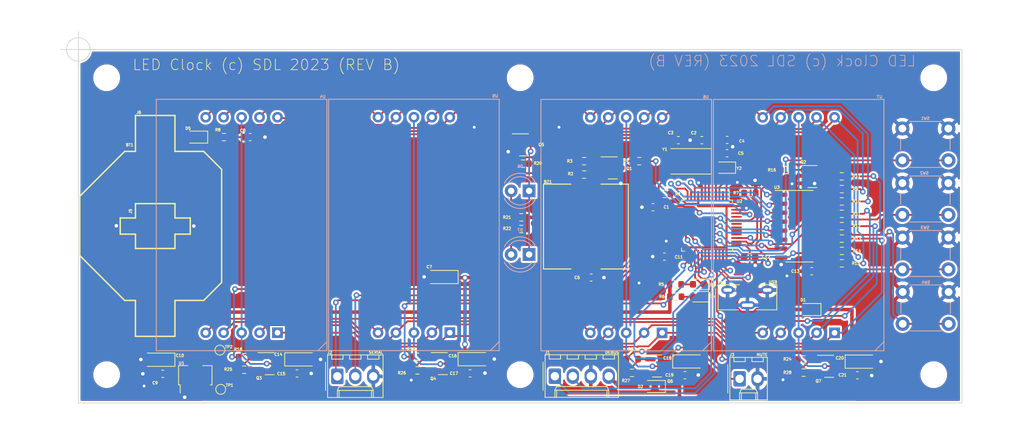
<source format=kicad_pcb>
(kicad_pcb (version 20211014) (generator pcbnew)
  (title_block (title "LEDClock") (date "24 jun 2013") (company "SDL"))
  (layers (0 "F.Cu" signal "TOP") (31 "B.Cu" signal "BOTTOM") (34 "B.Paste" user) (35 "F.Paste" user) (36 "B.SilkS" user "B.Silkscreen") (37 "F.SilkS" user "F.Silkscreen") (38 "B.Mask" user) (39 "F.Mask" user) (44 "Edge.Cuts" user))
  (net 0 "")
  (net 1 "GND")
  (net 2 "Net-(C2-Pad1)")
  (net 3 "+3V3")
  (net 4 "+5V")
  (net 5 "/SEG_E")
  (net 6 "/SEG_D")
  (net 7 "/SEG_C")
  (net 8 "/SEG_B")
  (net 9 "/SEG_A")
  (net 10 "/SEG_F")
  (net 11 "/SEG_G")
  (net 12 "Net-(Q2-Pad3)")
  (net 13 "Net-(C5-Pad1)")
  (net 14 "Net-(Q4-Pad3)")
  (net 15 "Net-(D3-Pad1)")
  (net 16 "Net-(D3-Pad2)")
  (net 17 "Net-(D4-Pad1)")
  (net 18 "Net-(D4-Pad2)")
  (net 19 "Net-(Q1-Pad1)")
  (net 20 "Net-(Q2-Pad1)")
  (net 21 "Net-(Q3-Pad1)")
  (net 22 "Net-(Q4-Pad1)")
  (net 23 "Net-(Q1-Pad3)")
  (net 24 "Net-(R10-Pad1)")
  (net 25 "Net-(R11-Pad1)")
  (net 26 "Net-(R7-Pad1)")
  (net 27 "Net-(R12-Pad1)")
  (net 28 "Net-(R9-Pad1)")
  (net 29 "Net-(R13-Pad1)")
  (net 30 "Net-(R15-Pad1)")
  (net 31 "Net-(R20-Pad1)")
  (net 32 "Net-(Q5-Pad1)")
  (net 33 "/DIG_1")
  (net 34 "/DIG_2")
  (net 35 "/DIG_3")
  (net 36 "Net-(R14-Pad1)")
  (net 37 "/DIG_4")
  (net 38 "Net-(C1-Pad2)")
  (net 39 "Net-(C3-Pad1)")
  (net 40 "Net-(C4-Pad1)")
  (net 41 "/VBAT2")
  (net 42 "/VBAT")
  (net 43 "Net-(D6-Pad1)")
  (net 44 "Net-(D6-Pad2)")
  (net 45 "Net-(D7-Pad2)")
  (net 46 "USB_OTG_FS_D-")
  (net 47 "USB_OTG_FS_D+")
  (net 48 "DBG_SWDIO")
  (net 49 "DBG_SWCLK")
  (net 50 "/VBAT1")
  (net 54 "DBG_RX")
  (net 55 "DBG_TX")
  (net 56 "Net-(SW1-Pad2)")
  (net 57 "Net-(SW2-Pad2)")
  (net 61 "Net-(BZ1-Pad2)")
  (net 62 "Net-(Q6-Pad1)")
  (net 63 "Net-(Q6-Pad3)")
  (net 64 "BUZZ")
  (net 65 "/P2")
  (net 66 "/P1")
  (net 67 "Net-(SW3-Pad2)")
  (net 68 "Net-(SW4-Pad2)")
  (net 69 "Net-(Q7-Pad1)")
  (net 70 "Net-(Q7-Pad3)")
  (net 71 "/DP")
  (net 72 "Net-(Q3-Pad3)")
  (net 73 "Net-(C8-Pad2)")
  (net 74 "MUTE")
  (net 76 "Net-(U2-Pad16)")
  (net 77 "Net-(U2-Pad15)")
  (net 78 "Net-(U2-Pad14)")
  (net 79 "Net-(U2-Pad13)")
  (net 80 "Net-(U2-Pad12)")
  (net 81 "Net-(U2-Pad11)")
  (net 82 "Net-(U2-Pad10)")
  (net 83 "Net-(R16-Pad1)")
  (footprint "Capacitor_Tantalum_SMD:CP_EIA-3216-10_Kemet-I" (layer "F.Cu") (at 83.14 79.69 180)
    (fp_text reference "C10")
    (fp_text value "10u")
  )
  (footprint "Connector_USB:USB_Micro-B_Molex-105133-0001" (layer "F.Cu") (at 166.45 70.9)
    (fp_text reference "J4")
    (fp_text value "USB_B_Micro")
  )
  (footprint "Package_TO_SOT_SMD:SOT-89-3" (layer "F.Cu") (at 88.34 82.1875 90)
    (fp_text reference "U1")
    (fp_text value "AZ1117CR-3.3TRG1")
  )
  (footprint "Capacitor_SMD:C_0603_1608Metric" (layer "F.Cu") (at 83.745 81.68 180)
    (fp_text reference "C9")
    (fp_text value "100n")
  )
  (footprint "TestPoint:TestPoint_Pad_D1.0mm" (layer "F.Cu") (at 91.82 78.33)
    (fp_text reference "TP2")
    (fp_text value "TestPoint-Connector")
  )
  (footprint "LED_SMD:LED_0603_1608Metric" (layer "F.Cu") (at 159.5125 70.78 180)
    (fp_text reference "D4")
    (fp_text value "LED2")
  )
  (footprint "Resistor_SMD:R_0603_1608Metric" (layer "F.Cu") (at 150.12 81.55)
    (fp_text reference "R27")
    (fp_text value "470R")
  )
  (footprint "LCDClock:Buzzer_Murata_PKLCS1212E4001-R1" (layer "F.Cu") (at 143.6 60.85 90)
    (fp_text reference "BZ1")
    (fp_text value "Buzzer")
  )
  (footprint "LCDClock:dummy" (layer "F.Cu") (at 79.4 49.3)
    (fp_text reference "BT1")
    (fp_text value "CR2032")
  )
  (footprint "Resistor_SMD:R_0603_1608Metric" (layer "F.Cu") (at 134.45 61.2)
    (fp_text reference "R22")
    (fp_text value "100R")
  )
  (footprint "Diode_SMD:D_SOD-323" (layer "F.Cu") (at 153.34 83.47 180)
    (fp_text reference "D2")
    (fp_text value "BAT60JFILM")
  )
  (footprint "Resistor_SMD:R_0603_1608Metric" (layer "F.Cu") (at 174.41 79.65)
    (fp_text reference "R24")
    (fp_text value "1K")
  )
  (footprint "Package_TO_SOT_SMD:SOT-23" (layer "F.Cu") (at 134.845 49.29)
    (fp_text reference "Q5")
    (fp_text value "MMBT5550L")
  )
  (footprint "Resistor_SMD:R_0603_1608Metric" (layer "F.Cu") (at 179.8 62.55)
    (fp_text reference "R13")
    (fp_text value "47R")
  )
  (footprint "Capacitor_SMD:C_0603_1608Metric" (layer "F.Cu") (at 127.22 81.62)
    (fp_text reference "C17")
    (fp_text value "100n")
  )
  (footprint "Resistor_SMD:R_0603_1608Metric" (layer "F.Cu") (at 174.39 81.51)
    (fp_text reference "R28")
    (fp_text value "470R")
  )
  (footprint "Crystal:Crystal_SMD_5032-2Pin_5.0x3.2mm" (layer "F.Cu") (at 158.3 51.63 180)
    (fp_text reference "Y1")
    (fp_text value "8MHz")
  )
  (footprint "MountingHole:MountingHole_3.2mm_M3_ISO7380" (layer "F.Cu") (at 75.8 81.8)
    (fp_text reference "H1" hide)
    (fp_text value "MountingHole")
  )
  (footprint "LCDClock:SM_BATTERY_2991_(KEYSTONE)_1" (layer "F.Cu") (at 82.6738 60.78 180)
    (fp_text reference "J5")
    (fp_text value "2991 cell negative" hide)
  )
  (footprint "Resistor_SMD:R_0603_1608Metric" (layer "F.Cu") (at 154.73 56.23 180)
    (fp_text reference "R1")
    (fp_text value "10K")
  )
  (footprint "MountingHole:MountingHole_3.2mm_M3_ISO7380" (layer "F.Cu") (at 134.3 39.8)
    (fp_text reference "H5" hide)
    (fp_text value "MountingHole")
  )
  (footprint "Diode_SMD:D_SOD-323" (layer "F.Cu") (at 175.35 72.59 180)
    (fp_text reference "D1")
    (fp_text value "BAT60JFILM")
  )
  (footprint "Package_TO_SOT_SMD:SOT-23" (layer "F.Cu") (at 175.6525 53.78)
    (fp_text reference "Q2")
    (fp_text value "MMBT5550L")
  )
  (footprint "Capacitor_SMD:C_0603_1608Metric" (layer "F.Cu") (at 153.09 58.12)
    (fp_text reference "C1")
    (fp_text value "100n")
  )
  (footprint "Capacitor_SMD:C_0603_1608Metric" (layer "F.Cu") (at 182 81.89)
    (fp_text reference "C21")
    (fp_text value "100n")
  )
  (footprint "Package_TO_SOT_SMD:SOT-23" (layer "F.Cu") (at 153.6635 80.571098)
    (fp_text reference "Q6")
    (fp_text value "MMBT2907A")
  )
  (footprint "Resistor_SMD:R_0603_1608Metric" (layer "F.Cu") (at 166.8 56.1)
    (fp_text reference "R7")
    (fp_text value "10K")
  )
  (footprint "Capacitor_SMD:C_0603_1608Metric" (layer "F.Cu") (at 175.55 67.16 180)
    (fp_text reference "C13")
    (fp_text value "100n")
  )
  (footprint "Connector_Molex:Molex_KK-254_AE-6410-04A_1x04_P2.54mm_Vertical" (layer "F.Cu") (at 139.21 82.02)
    (fp_text reference "J1")
    (fp_text value "Conn_01x04")
  )
  (footprint "Resistor_SMD:R_0603_1608Metric" (layer "F.Cu") (at 179.8 59.05)
    (fp_text reference "R11")
    (fp_text value "47R")
  )
  (footprint "Capacitor_SMD:C_0603_1608Metric" (layer "F.Cu") (at 163.58 48.6)
    (fp_text reference "C4")
    (fp_text value "6p8")
  )
  (footprint "MountingHole:MountingHole_3.2mm_M3_ISO7380" (layer "F.Cu") (at 75.8 39.8)
    (fp_text reference "H2" hide)
    (fp_text value "MountingHole")
  )
  (footprint "Resistor_SMD:R_0603_1608Metric" (layer "F.Cu") (at 179.8 64.3)
    (fp_text reference "R14")
    (fp_text value "47R")
  )
  (footprint "Resistor_SMD:R_0603_1608Metric" (layer "F.Cu") (at 172 52.86)
    (fp_text reference "R16")
    (fp_text value "1K")
  )
  (footprint "Capacitor_SMD:C_0603_1608Metric" (layer "F.Cu") (at 96.1 48.2 180)
    (fp_text reference "C8")
    (fp_text value "100n")
  )
  (footprint "Resistor_SMD:R_0603_1608Metric" (layer "F.Cu") (at 92.4 48.2)
    (fp_text reference "R8")
    (fp_text value "1K")
  )
  (footprint "Capacitor_SMD:C_0603_1608Metric" (layer "F.Cu") (at 156.675 48.63)
    (fp_text reference "C3")
    (fp_text value "22p")
  )
  (footprint "Resistor_SMD:R_0603_1608Metric" (layer "F.Cu") (at 179.8 55.55)
    (fp_text reference "R9")
    (fp_text value "47R")
  )
  (footprint "Resistor_SMD:R_0603_1608Metric" (layer "F.Cu") (at 143.35 53.5 180)
    (fp_text reference "R2")
    (fp_text value "4K7")
  )
  (footprint "Resistor_SMD:R_0603_1608Metric" (layer "F.Cu") (at 179.8 57.3)
    (fp_text reference "R10")
    (fp_text value "47R")
  )
  (footprint "Resistor_SMD:R_0603_1608Metric" (layer "F.Cu") (at 179.8 60.8)
    (fp_text reference "R12")
    (fp_text value "47R")
  )
  (footprint "Capacitor_Tantalum_SMD:CP_EIA-3216-10_Kemet-I" (layer "F.Cu") (at 182.5825 79.96)
    (fp_text reference "C20")
    (fp_text value "10u")
  )
  (footprint "Capacitor_Tantalum_SMD:CP_EIA-3216-10_Kemet-I" (layer "F.Cu") (at 123.2175 67.9925 180)
    (fp_text reference "C7")
    (fp_text value "10u")
  )
  (footprint "Resistor_SMD:R_0603_1608Metric" (layer "F.Cu") (at 95.25 81.11)
    (fp_text reference "R25")
    (fp_text value "470R")
  )
  (footprint "Capacitor_SMD:C_0603_1608Metric" (layer "F.Cu") (at 166.775 65.2 180)
    (fp_text reference "C12")
    (fp_text value "100n")
  )
  (footprint "Resistor_SMD:R_0603_1608Metric" (layer "F.Cu") (at 143.35 51.6)
    (fp_text reference "R3")
    (fp_text value "330R")
  )
  (footprint "Resistor_SMD:R_0603_1608Metric" (layer "F.Cu") (at 134.705 51.95 180)
    (fp_text reference "R20")
    (fp_text value "1K")
  )
  (footprint "Resistor_SMD:R_0603_1608Metric" (layer "F.Cu") (at 156.2425 69.03)
    (fp_text reference "R5")
    (fp_text value "330R")
  )
  (footprint "Resistor_SMD:R_0603_1608Metric" (layer "F.Cu") (at 179.8 66.05)
    (fp_text reference "R15")
    (fp_text value "47R")
  )
  (footprint "Capacitor_SMD:C_0603_1608Metric" (layer "F.Cu") (at 160 48.63 180)
    (fp_text reference "C2")
    (fp_text value "22p")
  )
  (footprint "Connector_Molex:Molex_KK-254_AE-6410-03A_1x03_P2.54mm_Vertical" (layer "F.Cu") (at 108.44 82.04)
    (fp_text reference "J2")
    (fp_text value "Conn_01x03")
  )
  (footprint "Connector_Molex:Molex_KK-254_AE-6410-02A_1x02_P2.54mm_Vertical" (layer "F.Cu") (at 165.34 82.39)
    (fp_text reference "J3")
    (fp_text value "Conn_01x02")
  )
  (footprint "Resistor_SMD:R_0603_1608Metric" (layer "F.Cu") (at 150.1535 79.601098)
    (fp_text reference "R23")
    (fp_text value "1K")
  )
  (footprint "LCDClock:SM_BATTERY_3002_(KEYSTONE)_1" (layer "F.Cu") (at 82.67 60.76 90)
    (fp_text reference "J6")
    (fp_text value "3002 cell positive" hide)
  )
  (footprint "Capacitor_Tantalum_SMD:CP_EIA-3216-10_Kemet-I" (layer "F.Cu") (at 127.83 79.61)
    (fp_text reference "C16")
    (fp_text value "10u")
  )
  (footprint "Package_QFP:LQFP-48_7x7mm_P0.5mm" (layer "F.Cu") (at 160.74 60.72 -90)
    (fp_text reference "U2")
    (fp_text value "STM32F072CBTx")
  )
  (footprint "Package_TO_SOT_SMD:SOT-23" (layer "F.Cu") (at 98.8725 80.25)
    (fp_text reference "Q3")
    (fp_text value "MMBT2907A")
  )
  (footprint "TestPoint:TestPoint_Pad_D1.0mm" (layer "F.Cu") (at 91.94 83.88)
    (fp_text reference "TP1")
    (fp_text value "TestPoint-Connector")
  )
  (footprint "Resistor_SMD:R_0603_1608Metric" (layer "F.Cu") (at 151.15 51.6 180)
    (fp_text reference "R4")
    (fp_text value "1K")
  )
  (footprint "Resistor_SMD:R_0603_1608Metric" (layer "F.Cu") (at 119.75 79.27)
    (fp_text reference "R19")
    (fp_text value "1K")
  )
  (footprint "Resistor_SMD:R_0603_1608Metric" (layer "F.Cu") (at 95.3 79.32)
    (fp_text reference "R18")
    (fp_text value "1K")
  )
  (footprint "Package_TO_SOT_SMD:SOT-23" (layer "F.Cu") (at 147.4 52.55)
    (fp_text reference "Q1")
    (fp_text value "MMBT5550L")
  )
  (footprint "Capacitor_SMD:C_0603_1608Metric" (layer "F.Cu") (at 154.7 65.1)
    (fp_text reference "C11")
    (fp_text value "100n")
  )
  (footprint "Package_TO_SOT_SMD:SOT-23" (layer "F.Cu") (at 123.37 80.24)
    (fp_text reference "Q4")
    (fp_text value "MMBT2907A")
  )
  (footprint "Capacitor_SMD:C_0603_1608Metric" (layer "F.Cu") (at 157.6035 81.881098)
    (fp_text reference "C19")
    (fp_text value "100n")
  )
  (footprint "MountingHole:MountingHole_3.2mm_M3_ISO7380" (layer "F.Cu") (at 192.8 81.8)
    (fp_text reference "H3" hide)
    (fp_text value "MountingHole")
  )
  (footprint "Capacitor_SMD:C_0603_1608Metric" (layer "F.Cu") (at 163.56 50.48)
    (fp_text reference "C5")
    (fp_text value "6p8")
  )
  (footprint "LCDClock:Crystal_SMD_2012-2Pin_2.0x1.2mm" (layer "F.Cu") (at 163.58 52.52 180)
    (fp_text reference "Y2")
    (fp_text value "32.768kHz")
  )
  (footprint "Diode_SMD:D_SOD-323" (layer "F.Cu") (at 88.6 48.2 180)
    (fp_text reference "D5")
    (fp_text value "BAT60JFILM")
  )
  (footprint "MountingHole:MountingHole_3.2mm_M3_ISO7380" (layer "F.Cu") (at 192.8 39.8)
    (fp_text reference "H4" hide)
    (fp_text value "MountingHole")
  )
  (footprint "Capacitor_SMD:C_0603_1608Metric" (layer "F.Cu") (at 144.35 68.06 180)
    (fp_text reference "C6")
    (fp_text value "100n")
  )
  (footprint "Capacitor_SMD:C_0603_1608Metric" (layer "F.Cu") (at 102.73 81.63)
    (fp_text reference "C15")
    (fp_text value "100n")
  )
  (footprint "Capacitor_Tantalum_SMD:CP_EIA-3216-10_Kemet-I" (layer "F.Cu") (at 103.3025 79.64)
    (fp_text reference "C14")
    (fp_text value "10u")
  )
  (footprint "Resistor_SMD:R_0603_1608Metric" (layer "F.Cu") (at 134.45 59.55)
    (fp_text reference "R21")
    (fp_text value "100R")
  )
  (footprint "Resistor_SMD:R_0603_1608Metric" (layer "F.Cu") (at 119.77 81.2)
    (fp_text reference "R26")
    (fp_text value "470R")
  )
  (footprint "Resistor_SMD:R_0603_1608Metric" (layer "F.Cu") (at 156.2925 70.78)
    (fp_text reference "R6")
    (fp_text value "330R")
  )
  (footprint "Package_TO_SOT_SMD:SOT-23" (layer "F.Cu") (at 178.01 80.62)
    (fp_text reference "Q7")
    (fp_text value "MMBT2907A")
  )
  (footprint "MountingHole:MountingHole_3.2mm_M3_ISO7380" (layer "F.Cu") (at 134.3 81.8)
    (fp_text reference "H6" hide)
    (fp_text value "MountingHole")
  )
  (footprint "LED_SMD:LED_0603_1608Metric" (layer "F.Cu") (at 159.5325 69.02 180)
    (fp_text reference "D3")
    (fp_text value "LED1")
  )
  (footprint "Package_SO:SO-16_3.9x9.9mm_P1.27mm" (layer "F.Cu") (at 173.8 60.8)
    (fp_text reference "U3")
    (fp_text value "ULN2003A")
  )
  (footprint "Resistor_SMD:R_0603_1608Metric" (layer "F.Cu") (at 179.795 53.75)
    (fp_text reference "R17")
    (fp_text value "47R")
  )
  (footprint "Capacitor_Tantalum_SMD:CP_EIA-3216-10_Kemet-I" (layer "F.Cu") (at 158.186 79.931098)
    (fp_text reference "C18")
    (fp_text value "10u")
  )
  (footprint "LCDClock:SA10-21xxx" (layer "B.Cu") (at 154.38 75.88 180)
    (fp_text reference "U6")
    (fp_text value "SA10-21GWA")
  )
  (footprint "Button_Switch_THT:SW_PUSH_6mm_H5mm" (layer "B.Cu") (at 194.88 62.41 180)
    (fp_text reference "SW3")
    (fp_text value "SW_Push")
  )
  (footprint "Button_Switch_THT:SW_PUSH_6mm_H5mm" (layer "B.Cu") (at 194.87 54.7 180)
    (fp_text reference "SW2")
    (fp_text value "SW_Push")
  )
  (footprint "LED_THT:LED_D4.0mm" (layer "B.Cu") (at 135.565 55.8 180)
    (fp_text reference "D6")
    (fp_text value "LED_ALT")
  )
  (footprint "Button_Switch_THT:SW_PUSH_6mm_H5mm" (layer "B.Cu") (at 194.87 46.98 180)
    (fp_text reference "SW1")
    (fp_text value "SW_Push")
  )
  (footprint "LCDClock:SA10-21xxx" (layer "B.Cu") (at 124.35 75.86 180)
    (fp_text reference "U5")
    (fp_text value "SA10-21GWA")
  )
  (footprint "LED_THT:LED_D4.0mm" (layer "B.Cu") (at 135.565 64.8 180)
    (fp_text reference "D7")
    (fp_text value "LED_ALT")
  )
  (footprint "LCDClock:SA10-21xxx" (layer "B.Cu") (at 99.97 75.87 180)
    (fp_text reference "U4")
    (fp_text value "SA10-21GWA")
  )
  (footprint "Button_Switch_THT:SW_PUSH_6mm_H5mm" (layer "B.Cu") (at 194.91 70.11 180)
    (fp_text reference "SW4")
    (fp_text value "SW_Push")
  )
  (footprint "LCDClock:SA10-21xxx" (layer "B.Cu") (at 178.77 75.88 180)
    (fp_text reference "U7")
    (fp_text value "SA10-21GWA")
  )
  (gr_line (start 196.8 85.8) (end 71.8 85.8) (layer "Edge.Cuts") (width 0.1))
  (gr_line (start 71.8 85.8) (end 71.8 35.8) (layer "Edge.Cuts") (width 0.1))
  (gr_line (start 196.8 35.8) (end 196.8 85.8) (layer "Edge.Cuts") (width 0.1))
  (gr_line (start 196.8 35.8) (end 71.8 35.8) (layer "Edge.Cuts") (width 0.1))
  (gr_text "LED Clock (c) SDL 2023 (REV B)\n\n" (at 171.36 38.64) (layer "B.SilkS") (effects (font (size 1.5 1.5) (thickness 0.1)) (justify mirror)))
  (gr_text "LED Clock (c) SDL 2023 (REV B)\n\n" (at 98.38 39.18) (layer "F.SilkS") (effects (font (size 1.5 1.5) (thickness 0.1))))
  (gr_text "SERIAL\n" (at 113.9 78.65) (layer "F.SilkS") (effects (font (size 0.4 0.4) (thickness 0.1))))
  (gr_text "USB\n" (at 170.06 68.7) (layer "F.SilkS") (effects (font (size 0.4 0.4) (thickness 0.1))))
  (gr_text "DEBUG\n" (at 147.31 78.64) (layer "F.SilkS") (effects (font (size 0.4 0.4) (thickness 0.1))))
  (gr_text "MUTE\n" (at 168.52 78.99) (layer "F.SilkS") (effects (font (size 0.4 0.4) (thickness 0.1))))
  (target plus (at 71.8 35.8) (size 5) (width 0.1) (layer "Edge.Cuts"))
  (segment (start 167.55 65.2) (end 167.55 66.35) (width 0.5) (layer "F.Cu") (net 1))
  (segment (start 129.2325 79.59) (end 130.64 79.59) (width 0.5) (layer "F.Cu") (net 1))
  (segment (start 162.99 65.721041) (end 163.238959 65.97) (width 0.3) (layer "F.Cu") (net 1))
  (segment (start 120.74 67.9925) (end 120.71 67.9625) (width 0.5) (layer "F.Cu") (net 1))
  (segment (start 155.016579 62.97) (end 154.9655 62.918921) (width 0.3) (layer "F.Cu") (net 1))
  (segment (start 151.5345 58.12) (end 151.5245 58.11) (width 0.5) (layer "F.Cu") (net 1))
  (segment (start 80.955 81.715) (end 80.92 81.68) (width 0.5) (layer "F.Cu") (net 1))
  (segment (start 159.99 56.5575) (end 159.99 55.103499) (width 0.3) (layer "F.Cu") (net 1))
  (segment (start 163.238959 65.97) (end 164.14782 65.97) (width 0.3) (layer "F.Cu") (net 1))
  (segment (start 86.84 83.8375) (end 86.84 85) (width 0.5) (layer "F.Cu") (net 1))
  (segment (start 183.9325 79.94) (end 185.34 79.94) (width 0.5) (layer "F.Cu") (net 1))
  (segment (start 159.99 55.103499) (end 159.532001 54.6455) (width 0.3) (layer "F.Cu") (net 1))
  (segment (start 162.99 64.8825) (end 162.99 65.721041) (width 0.3) (layer "F.Cu") (net 1))
  (segment (start 81.79 79.69) (end 81.76 79.66) (width 0.5) (layer "F.Cu") (net 1))
  (segment (start 128.085 81.58) (end 129.32 81.58) (width 0.5) (layer "F.Cu") (net 1))
  (segment (start 164.14782 65.97) (end 164.391166 65.726654) (width 0.3) (layer "F.Cu") (net 1))
  (segment (start 81.76 79.66) (end 80.64 79.66) (width 0.5) (layer "F.Cu") (net 1))
  (segment (start 133.9075 50.24) (end 132.635 50.24) (width 0.5) (layer "F.Cu") (net 1))
  (segment (start 146.4625 53.5) (end 147.293201 53.5) (width 0.5) (layer "F.Cu") (net 1))
  (segment (start 132.635 50.24) (end 132.615 50.26) (width 0.5) (layer "F.Cu") (net 1))
  (segment (start 164.355 48.6) (end 164.355 50.46) (width 0.5) (layer "F.Cu") (net 1))
  (segment (start 166.075104 58.47) (end 166.299604 58.2455) (width 0.3) (layer "F.Cu") (net 1))
  (segment (start 153.925 65.1) (end 153.05 65.1) (width 0.5) (layer "F.Cu") (net 1))
  (segment (start 96.875 48.2) (end 98.2 48.2) (width 0.5) (layer "F.Cu") (net 1))
  (segment (start 159.408902 81.931098) (end 159.49 81.85) (width 0.5) (layer "F.Cu") (net 1))
  (segment (start 77.2138 60.78) (end 77.1738 60.74) (width 0.5) (layer "F.Cu") (net 1))
  (segment (start 103.505 81.63) (end 104.74 81.63) (width 0.5) (layer "F.Cu") (net 1))
  (segment (start 158.4585 81.931098) (end 159.408902 81.931098) (width 0.5) (layer "F.Cu") (net 1))
  (segment (start 121.8675 67.9925) (end 120.74 67.9925) (width 0.5) (layer "F.Cu") (net 1))
  (segment (start 157.45 48.63) (end 159.225 48.63) (width 0.5) (layer "F.Cu") (net 1))
  (segment (start 171.225 65.245) (end 171.225 66.225) (width 0.5) (layer "F.Cu") (net 1))
  (segment (start 182.785 81.93) (end 184.02 81.93) (width 0.5) (layer "F.Cu") (net 1))
  (segment (start 145.125 68.06) (end 146.15 68.06) (width 0.5) (layer "F.Cu") (net 1))
  (segment (start 104.6525 79.64) (end 106.06 79.64) (width 0.5) (layer "F.Cu") (net 1))
  (segment (start 82.89 81.715) (end 80.955 81.715) (width 0.5) (layer "F.Cu") (net 1))
  (segment (start 164.355 50.46) (end 164.335 50.48) (width 0.5) (layer "F.Cu") (net 1))
  (segment (start 175.92 54.73) (end 175.95 54.76) (width 0.5) (layer "F.Cu") (net 1))
  (segment (start 167.625 56.1) (end 167.625 54.409001) (width 0.5) (layer "F.Cu") (net 1))
  (segment (start 164.9025 58.47) (end 166.075104 58.47) (width 0.3) (layer "F.Cu") (net 1))
  (segment (start 156.5775 62.97) (end 155.016579 62.97) (width 0.3) (layer "F.Cu") (net 1))
  (segment (start 153.05 65.1) (end 153.04 65.09) (width 0.5) (layer "F.Cu") (net 1))
  (segment (start 174.715 54.73) (end 175.92 54.73) (width 0.5) (layer "F.Cu") (net 1))
  (segment (start 86.56 60.78) (end 88.1338 60.78) (width 0.5) (layer "F.Cu") (net 1))
  (segment (start 167.625 54.409001) (end 167.525999 54.31) (width 0.5) (layer "F.Cu") (net 1))
  (segment (start 152.315 58.12) (end 151.5345 58.12) (width 0.5) (layer "F.Cu") (net 1))
  (segment (start 147.293201 53.5) (end 148.534301 54.7411) (width 0.5) (layer "F.Cu") (net 1))
  (segment (start 78.7876 60.78) (end 77.2138 60.78) (width 0.5) (layer "F.Cu") (net 1))
  (via (at 166.299604 58.2455) (size 0.8) (drill 0.4) (layers "F.Cu" "B.Cu") (net 1))
  (via (at 80.64 79.66) (size 0.8) (drill 0.5) (layers "F.Cu" "B.Cu") (net 1))
  (via (at 165.02 54.6) (size 0.8) (drill 0.4) (layers "F.Cu" "B.Cu") (net 1))
  (via (at 164.391166 65.726654) (size 0.8) (drill 0.4) (layers "F.Cu" "B.Cu") (net 1))
  (via (at 130.64 79.59) (size 0.8) (drill 0.5) (layers "F.Cu" "B.Cu") (net 1))
  (via (at 118.89 82.57) (size 0.8) (drill 0.4) (layers "F.Cu" "B.Cu") (net 1))
  (via (at 172.76 54.8) (size 0.8) (drill 0.4) (layers "F.Cu" "B.Cu") (net 1))
  (via (at 106.06 79.64) (size 0.8) (drill 0.5) (layers "F.Cu" "B.Cu") (net 1))
  (via (at 171.48 82.52) (size 0.8) (drill 0.4) (layers "F.Cu" "B.Cu") (net 1))
  (via (at 171.225 66.225) (size 0.8) (drill 0.5) (layers "F.Cu" "B.Cu") (net 1))
  (via (at 104.74 81.63) (size 0.8) (drill 0.5) (layers "F.Cu" "B.Cu") (net 1))
  (via (at 185.34 79.94) (size 0.8) (drill 0.5) (layers "F.Cu" "B.Cu") (net 1))
  (via (at 98.2 48.2) (size 0.8) (drill 0.5) (layers "F.Cu" "B.Cu") (net 1))
  (via (at 158.34 48.63) (size 0.8) (drill 0.5) (layers "F.Cu" "B.Cu") (net 1))
  (via (at 154.9655 62.918921) (size 0.8) (drill 0.4) (layers "F.Cu" "B.Cu") (net 1))
  (via (at 153.04 65.09) (size 0.8) (drill 0.5) (layers "F.Cu" "B.Cu") (net 1))
  (via (at 159.49 81.85) (size 0.8) (drill 0.5) (layers "F.Cu" "B.Cu") (net 1))
  (via (at 148.534301 54.7411) (size 0.8) (drill 0.5) (layers "F.Cu" "B.Cu") (net 1))
  (via (at 132.615 50.26) (size 0.8) (drill 0.5) (layers "F.Cu" "B.Cu") (net 1))
  (via (at 167.55 66.35) (size 0.8) (drill 0.5) (layers "F.Cu" "B.Cu") (net 1))
  (via (at 77.1738 60.74) (size 0.8) (drill 0.5) (layers "F.Cu" "B.Cu") (net 1))
  (via (at 139.8 46.8) (size 0.8) (drill 0.4) (layers "F.Cu" "B.Cu") (net 1))
  (via (at 81.1 83.41) (size 0.8) (drill 0.4) (layers "F.Cu" "B.Cu") (net 1))
  (via (at 159.532001 54.6455) (size 0.8) (drill 0.4) (layers "F.Cu" "B.Cu") (net 1))
  (via (at 129.32 81.58) (size 0.8) (drill 0.5) (layers "F.Cu" "B.Cu") (net 1))
  (via (at 164.355 49.555) (size 0.8) (drill 0.5) (layers "F.Cu" "B.Cu") (net 1))
  (via (at 184.02 81.93) (size 0.8) (drill 0.5) (layers "F.Cu" "B.Cu") (net 1))
  (via (at 172.04 67.83) (size 0.8) (drill 0.4) (layers "F.Cu" "B.Cu") (net 1))
  (via (at 151.5245 58.11) (size 0.8) (drill 0.5) (layers "F.Cu" "B.Cu") (net 1))
  (via (at 120.71 67.9625) (size 0.8) (drill 0.5) (layers "F.Cu" "B.Cu") (net 1))
  (via (at 175.95 54.76) (size 0.8) (drill 0.5) (layers "F.Cu" "B.Cu") (net 1))
  (via (at 86.84 85) (size 0.8) (drill 0.5) (layers "F.Cu" "B.Cu") (net 1))
  (via (at 167.525999 54.31) (size 0.8) (drill 0.5) (layers "F.Cu" "B.Cu") (net 1))
  (via (at 151.12 68.84) (size 0.8) (drill 0.4) (layers "F.Cu" "B.Cu") (net 1))
  (via (at 146.15 68.06) (size 0.8) (drill 0.5) (layers "F.Cu" "B.Cu") (net 1))
  (via (at 80.92 81.68) (size 0.8) (drill 0.5) (layers "F.Cu" "B.Cu") (net 1))
  (via (at 127.8 46.8) (size 0.8) (drill 0.4) (layers "F.Cu" "B.Cu") (net 1))
  (via (at 88.1338 60.78) (size 0.8) (drill 0.5) (layers "F.Cu" "B.Cu") (net 1))
  (segment (start 160.15 49.255) (end 160.15 51.63) (width 0.25) (layer "F.Cu") (net 2))
  (segment (start 160.775 48.63) (end 160.15 49.255) (width 0.25) (layer "F.Cu") (net 2))
  (segment (start 161.49 56.5575) (end 161.49 55.58138) (width 0.25) (layer "F.Cu") (net 2))
  (segment (start 161.529002 55.542378) (end 161.529002 53.009002) (width 0.25) (layer "F.Cu") (net 2))
  (segment (start 161.49 55.58138) (end 161.529002 55.542378) (width 0.25) (layer "F.Cu") (net 2))
  (segment (start 161.529002 53.009002) (end 160.15 51.63) (width 0.25) (layer "F.Cu") (net 2))
  (segment (start 163.57 57.97) (end 159.51 57.97) (width 0.3) (layer "F.Cu") (net 3))
  (segment (start 84.49 79.69) (end 88.33 79.69) (width 0.5) (layer "F.Cu") (net 3))
  (segment (start 159.49 56.5575) (end 159.49 57.95) (width 0.3) (layer "F.Cu") (net 3))
  (segment (start 158.74 57.610685) (end 158.749315 57.62) (width 0.25) (layer "F.Cu") (net 3))
  (segment (start 163.49 58.05) (end 163.57 57.97) (width 0.3) (layer "F.Cu") (net 3))
  (segment (start 164.0471 65.010766) (end 163.618266 65.010766) (width 0.3) (layer "F.Cu") (net 3))
  (segment (start 155.475 72.915) (end 155.44 72.95) (width 0.5) (layer "F.Cu") (net 3))
  (segment (start 158.730685 57.62) (end 158.74 57.610685) (width 0.25) (layer "F.Cu") (net 3))
  (segment (start 155.4675 69.08) (end 155.4175 69.03) (width 0.5) (layer "F.Cu") (net 3))
  (segment (start 157.75 63.47) (end 156.5775 63.47) (width 0.3) (layer "F.Cu") (net 3))
  (segment locked (start 155.4 65.025) (end 155.4 63.56) (width 0.3) (layer "F.Cu") (net 3))
  (segment (start 155.475 65.1) (end 155.475 72.915) (width 0.5) (layer "F.Cu") (net 3))
  (segment (start 159.21761 57.62) (end 159.43658 57.83897) (width 0.25) (layer "F.Cu") (net 3))
  (segment (start 158.749315 57.62) (end 159.21761 57.62) (width 0.25) (layer "F.Cu") (net 3))
  (segment (start 155.4675 70.78) (end 155.4675 69.08) (width 0.5) (layer "F.Cu") (net 3))
  (segment (start 91.82 79.64) (end 91.82 78.33) (width 0.5) (layer "F.Cu") (net 3))
  (segment (start 155.44 72.95) (end 88.29 72.95) (width 0.5) (layer "F.Cu") (net 3))
  (segment (start 88.33 79.69) (end 88.34 79.68) (width 0.5) (layer "F.Cu") (net 3))
  (segment (start 164.9025 57.97) (end 163.57 57.97) (width 0.3) (layer "F.Cu") (net 3))
  (segment (start 156.359315 56.23) (end 157.749315 57.62) (width 0.25) (layer "F.Cu") (net 3))
  (segment (start 159.43658 57.89658) (end 159.51 57.97) (width 0.25) (layer "F.Cu") (net 3))
  (segment (start 163.49 63.49) (end 163.49 64.8825) (width 0.3) (layer "F.Cu") (net 3))
  (segment (start 91.78 79.68) (end 88.34 79.68) (width 0.5) (layer "F.Cu") (net 3))
  (segment (start 155.475 65.1) (end 155.4 65.025) (width 0.3) (layer "F.Cu") (net 3))
  (segment (start 163.49 63.49) (end 163.49 58.05) (width 0.3) (layer "F.Cu") (net 3))
  (segment (start 155.4525 70.795) (end 155.4675 70.78) (width 0.5) (layer "F.Cu") (net 3))
  (segment (start 84.49 79.69) (end 84.49 81.65) (width 0.5) (layer "F.Cu") (net 3))
  (segment (start 164.70162 64.977154) (end 164.080712 64.977154) (width 0.3) (layer "F.Cu") (net 3))
  (segment (start 155.4 63.56) (end 155.49 63.47) (width 0.3) (layer "F.Cu") (net 3))
  (segment (start 158.24 57.610685) (end 158.249315 57.62) (width 0.25) (layer "F.Cu") (net 3))
  (segment (start 88.29 72.95) (end 88.34 73) (width 0.5) (layer "F.Cu") (net 3))
  (segment (start 157.749315 57.62) (end 158.230685 57.62) (width 0.25) (layer "F.Cu") (net 3))
  (segment (start 91.78 79.68) (end 91.82 79.64) (width 0.5) (layer "F.Cu") (net 3))
  (segment (start 158.249315 57.62) (end 158.730685 57.62) (width 0.25) (layer "F.Cu") (net 3))
  (segment (start 158.075 63.795) (end 157.75 63.47) (width 0.3) (layer "F.Cu") (net 3))
  (segment (start 159.51 57.97) (end 159.49 57.95) (width 0.3) (layer "F.Cu") (net 3))
  (segment (start 164.080712 64.977154) (end 164.0471 65.010766) (width 0.3) (layer "F.Cu") (net 3))
  (segment (start 166 65.2) (end 164.924466 65.2) (width 0.3) (layer "F.Cu") (net 3))
  (segment (start 163.49 63.49) (end 163.185 63.795) (width 0.3) (layer "F.Cu") (net 3))
  (segment (start 163.185 63.795) (end 158.075 63.795) (width 0.3) (layer "F.Cu") (net 3))
  (segment (start 163.618266 65.010766) (end 163.49 64.8825) (width 0.3) (layer "F.Cu") (net 3))
  (segment (start 88.34 79.68) (end 88.34 83.75) (width 0.5) (layer "F.Cu") (net 3))
  (segment (start 155.49 63.47) (end 156.5775 63.47) (width 0.3) (layer "F.Cu") (net 3))
  (segment (start 164.924466 65.2) (end 164.70162 64.977154) (width 0.3) (layer "F.Cu") (net 3))
  (segment (start 158.230685 57.62) (end 158.24 57.610685) (width 0.25) (layer "F.Cu") (net 3))
  (segment (start 159.43658 57.83897) (end 159.43658 57.89658) (width 0.25) (layer "F.Cu") (net 3))
  (segment (start 155.555 56.23) (end 156.359315 56.23) (width 0.25) (layer "F.Cu") (net 3))
  (segment (start 88.34 73) (end 88.34 79.68) (width 0.5) (layer "F.Cu") (net 3))
  (segment (start 181.2325 79.96) (end 181.2325 72.6725) (width 0.5) (layer "F.Cu") (net 4))
  (segment (start 126.48 79.61) (end 126.48 81.585) (width 0.5) (layer "F.Cu") (net 4))
  (segment (start 156.8285 83.3215) (end 156.8285 85.1385) (width 0.5) (layer "F.Cu") (net 4))
  (segment (start 181.2325 79.96) (end 181.2325 81.8825) (width 0.5) (layer "F.Cu") (net 4))
  (segment (start 126.49 68.09) (end 124.665 68.09) (width 0.5) (layer "F.Cu") (net 4))
  (segment (start 143.575 68.06) (end 126.52 68.06) (width 0.5) (layer "F.Cu") (net 4))
  (segment (start 89.81 85.16) (end 89.84 85.13) (width 0.5) (layer "F.Cu") (net 4))
  (segment (start 135.275 59.55) (end 140.85 59.55) (width 0.5) (layer "F.Cu") (net 4))
  (segment (start 97.935 81.2) (end 96.165 81.2) (width 0.5) (layer "F.Cu") (net 4))
  (segment (start 101.525 81.2) (end 101.955 81.63) (width 0.5) (layer "F.Cu") (net 4))
  (segment (start 177.0725 81.57) (end 175.275 81.57) (width 0.5) (layer "F.Cu") (net 4))
  (segment (start 126.68 85.16) (end 137.74 85.16) (width 0.5) (layer "F.Cu") (net 4))
  (segment (start 120.605 81.19) (end 120.595 81.2) (width 0.5) (layer "F.Cu") (net 4))
  (segment (start 150.973902 81.521098) (end 150.945 81.55) (width 0.5) (layer "F.Cu") (net 4))
  (segment (start 96.165 81.2) (end 96.075 81.11) (width 0.5) (layer "F.Cu") (net 4))
  (segment (start 135.275 59.55) (end 135.275 61.2) (width 0.5) (layer "F.Cu") (net 4))
  (segment (start 156.836 79.931098) (end 156.836 81.873598) (width 0.5) (layer "F.Cu") (net 4))
  (segment (start 101.9525 79.64) (end 101.9525 81.6275) (width 0.5) (layer "F.Cu") (net 4))
  (segment (start 181.11 85.16) (end 156.85 85.16) (width 0.5) (layer "F.Cu") (net 4))
  (segment (start 156.836 81.873598) (end 156.8285 81.881098) (width 0.5) (layer "F.Cu") (net 4))
  (segment (start 101.955 81.63) (end 101.955 85.135) (width 0.5) (layer "F.Cu") (net 4))
  (segment (start 143.6 66.15) (end 143.6 68.035) (width 0.5) (layer "F.Cu") (net 4))
  (segment (start 126.015 81.19) (end 126.445 81.62) (width 0.5) (layer "F.Cu") (net 4))
  (segment (start 140.8 53.51) (end 140.8 59.56) (width 0.5) (layer "F.Cu") (net 4))
  (segment (start 176.375 68.165) (end 176.375 65.245) (width 0.5) (layer "F.Cu") (net 4))
  (segment (start 143.6 59.65) (end 143.6 66.15) (width 0.5) (layer "F.Cu") (net 4))
  (segment (start 176.375 68.165) (end 176.4 68.19) (width 0.5) (layer "F.Cu") (net 4))
  (segment (start 101.7 85.16) (end 91.94 85.16) (width 0.5) (layer "F.Cu") (net 4))
  (segment (start 177.0725 81.57) (end 180.905 81.57) (width 0.5) (layer "F.Cu") (net 4))
  (segment (start 181.225 85.045) (end 181.11 85.16) (width 0.5) (layer "F.Cu") (net 4))
  (segment (start 126.445 84.925) (end 126.68 85.16) (width 0.5) (layer "F.Cu") (net 4))
  (segment (start 176.4 68.19) (end 176.4 72.59) (width 0.5) (layer "F.Cu") (net 4))
  (segment (start 142.525 53.5) (end 140.85 53.5) (width 0.5) (layer "F.Cu") (net 4))
  (segment (start 91.94 83.88) (end 91.94 85.16) (width 0.5) (layer "F.Cu") (net 4))
  (segment (start 126.445 81.62) (end 126.445 84.925) (width 0.5) (layer "F.Cu") (net 4))
  (segment (start 126.52 68.06) (end 126.49 68.09) (width 0.5) (layer "F.Cu") (net 4))
  (segment (start 91.94 85.16) (end 89.81 85.16) (width 0.5) (layer "F.Cu") (net 4))
  (segment (start 143.6 68.035) (end 143.575 68.06) (width 0.5) (layer "F.Cu") (net 4))
  (segment (start 89.84 85.13) (end 89.84 83.8375) (width 0.5) (layer "F.Cu") (net 4))
  (segment (start 122.4325 81.19) (end 126.015 81.19) (width 0.5) (layer "F.Cu") (net 4))
  (segment (start 126.09 85.16) (end 126.68 85.16) (width 0.5) (layer "F.Cu") (net 4))
  (segment (start 101.7 85.16) (end 101.93 85.16) (width 0.5) (layer "F.Cu") (net 4))
  (segment (start 152.726 81.521098) (end 156.4685 81.521098) (width 0.5) (layer "F.Cu") (net 4))
  (segment (start 181.225 81.89) (end 181.225 85.045) (width 0.5) (layer "F.Cu") (net 4))
  (segment (start 156.68 83.47) (end 156.8285 83.3215) (width 0.5) (layer "F.Cu") (net 4))
  (segment (start 156.4685 81.521098) (end 156.8285 81.881098) (width 0.5) (layer "F.Cu") (net 4))
  (segment (start 175.275 81.57) (end 175.215 81.51) (width 0.5) (layer "F.Cu") (net 4))
  (segment (start 126.48 77.51) (end 126.49 77.5) (width 0.5) (layer "F.Cu") (net 4))
  (segment (start 143.5 59.55) (end 143.6 59.65) (width 0.5) (layer "F.Cu") (net 4))
  (segment (start 181.15 72.59) (end 176.4 72.59) (width 0.5) (layer "F.Cu") (net 4))
  (segment (start 180.905 81.57) (end 181.225 81.89) (width 0.5) (layer "F.Cu") (net 4))
  (segment (start 140.85 59.55) (end 143.5 59.55) (width 0.5) (layer "F.Cu") (net 4))
  (segment (start 152.726 81.521098) (end 150.973902 81.521098) (width 0.5) (layer "F.Cu") (net 4))
  (segment (start 97.935 81.2) (end 101.525 81.2) (width 0.5) (layer "F.Cu") (net 4))
  (segment (start 154.39 83.47) (end 156.68 83.47) (width 0.5) (layer "F.Cu") (net 4))
  (segment (start 137.74 85.16) (end 149.7 85.16) (width 0.5) (layer "F.Cu") (net 4))
  (segment (start 149.7 85.16) (end 156.58 85.16) (width 0.5) (layer "F.Cu") (net 4))
  (segment (start 181.2325 72.6725) (end 181.15 72.59) (width 0.5) (layer "F.Cu") (net 4))
  (segment (start 101.955 85.135) (end 101.93 85.16) (width 0.5) (layer "F.Cu") (net 4))
  (segment (start 122.4325 81.19) (end 120.605 81.19) (width 0.5) (layer "F.Cu") (net 4))
  (segment (start 156.8285 81.881098) (end 156.8285 83.3215) (width 0.5) (layer "F.Cu") (net 4))
  (segment (start 126.48 81.585) (end 126.445 81.62) (width 0.5) (layer "F.Cu") (net 4))
  (segment (start 101.93 85.16) (end 126.09 85.16) (width 0.5) (layer "F.Cu") (net 4))
  (segment (start 101.9525 81.6275) (end 101.955 81.63) (width 0.5) (layer "F.Cu") (net 4))
  (segment (start 181.2325 81.8825) (end 181.225 81.89) (width 0.5) (layer "F.Cu") (net 4))
  (segment (start 126.48 79.61) (end 126.48 77.51) (width 0.5) (layer "F.Cu") (net 4))
  (via (at 126.49 68.09) (size 0.8) (drill 0.5) (layers "F.Cu" "B.Cu") (net 4))
  (via (at 126.49 77.5) (size 0.8) (drill 0.5) (layers "F.Cu" "B.Cu") (net 4))
  (segment (start 126.49 77.5) (end 126.49 68.09) (width 0.5) (layer "B.Cu") (net 4))
  (segment (start 124.35 75.86) (end 124.83 76.34) (width 0.25) (layer "F.Cu") (net 5))
  (segment (start 180.625 62.55) (end 185.2 62.55) (width 0.25) (layer "F.Cu") (net 5))
  (segment (start 110.769294 75.87) (end 112.733296 77.834002) (width 0.25) (layer "F.Cu") (net 5))
  (segment (start 99.97 75.87) (end 110.769294 75.87) (width 0.25) (layer "F.Cu") (net 5))
  (segment (start 142.98 77.87) (end 150.895402 77.87) (width 0.25) (layer "F.Cu") (net 5))
  (segment (start 164.033091 77.854002) (end 176.795998 77.854002) (width 0.25) (layer "F.Cu") (net 5))
  (segment (start 154.38 75.88) (end 162.059089 75.88) (width 0.25) (layer "F.Cu") (net 5))
  (segment (start 112.733296 77.834002) (end 122.375998 77.834002) (width 0.25) (layer "F.Cu") (net 5))
  (segment (start 141.45 76.34) (end 142.98 77.87) (width 0.25) (layer "F.Cu") (net 5))
  (segment (start 150.969902 77.7955) (end 152.4645 77.7955) (width 0.25) (layer "F.Cu") (net 5))
  (segment (start 162.059089 75.88) (end 164.033091 77.854002) (width 0.25) (layer "F.Cu") (net 5))
  (segment (start 185.2 62.55) (end 185.47 62.82) (width 0.25) (layer "F.Cu") (net 5))
  (segment (start 152.4645 77.7955) (end 154.38 75.88) (width 0.25) (layer "F.Cu") (net 5))
  (segment (start 124.83 76.34) (end 141.45 76.34) (width 0.25) (layer "F.Cu") (net 5))
  (segment (start 176.795998 77.854002) (end 178.77 75.88) (width 0.25) (layer "F.Cu") (net 5))
  (segment (start 122.375998 77.834002) (end 124.35 75.86) (width 0.25) (layer "F.Cu") (net 5))
  (segment (start 150.895402 77.87) (end 150.969902 77.7955) (width 0.25) (layer "F.Cu") (net 5))
  (via (at 185.47 62.82) (size 0.8) (drill 0.4) (layers "F.Cu" "B.Cu") (net 5))
  (segment (start 185.47 70.18) (end 185.47 62.82) (width 0.25) (layer "B.Cu") (net 5))
  (segment (start 179.77 75.88) (end 185.47 70.18) (width 0.25) (layer "B.Cu") (net 5))
  (segment (start 178.77 75.88) (end 179.77 75.88) (width 0.25) (layer "B.Cu") (net 5))
  (segment (start 164.21928 77.404501) (end 174.705499 77.404501) (width 0.25) (layer "F.Cu") (net 6))
  (segment (start 120.285499 77.384501) (end 121.81 75.86) (width 0.25) (layer "F.Cu") (net 6))
  (segment (start 152.915 74.805) (end 161.619779 74.805) (width 0.25) (layer "F.Cu") (net 6))
  (segment (start 143.246189 77.420499) (end 150.299501 77.420499) (width 0.25) (layer "F.Cu") (net 6))
  (segment (start 110.329984 74.795) (end 112.919485 77.384501) (width 0.25) (layer "F.Cu") (net 6))
  (segment (start 151.84 75.88) (end 152.915 74.805) (width 0.25) (layer "F.Cu") (net 6))
  (segment (start 97.43 75.87) (end 98.505 74.795) (width 0.25) (layer "F.Cu") (net 6))
  (segment (start 98.505 74.795) (end 110.329984 74.795) (width 0.25) (layer "F.Cu") (net 6))
  (segment (start 140.489193 74.693503) (end 141.206189 75.410499) (width 0.25) (layer "F.Cu") (net 6))
  (segment (start 180.625 60.8) (end 184.4745 60.8) (width 0.25) (layer "F.Cu") (net 6))
  (segment (start 161.619779 74.805) (end 164.21928 77.404501) (width 0.25) (layer "F.Cu") (net 6))
  (segment (start 121.81 75.86) (end 122.976497 74.693503) (width 0.25) (layer "F.Cu") (net 6))
  (segment (start 112.919485 77.384501) (end 120.285499 77.384501) (width 0.25) (layer "F.Cu") (net 6))
  (segment (start 141.236189 75.410499) (end 143.246189 77.420499) (width 0.25) (layer "F.Cu") (net 6))
  (segment (start 122.976497 74.693503) (end 140.489193 74.693503) (width 0.25) (layer "F.Cu") (net 6))
  (segment (start 184.4745 60.8) (end 184.4845 60.79) (width 0.25) (layer "F.Cu") (net 6))
  (segment (start 150.299501 77.420499) (end 151.84 75.88) (width 0.25) (layer "F.Cu") (net 6))
  (segment (start 141.206189 75.410499) (end 141.236189 75.410499) (width 0.25) (layer "F.Cu") (net 6))
  (segment (start 174.705499 77.404501) (end 176.23 75.88) (width 0.25) (layer "F.Cu") (net 6))
  (via (at 184.4845 60.79) (size 0.8) (drill 0.4) (layers "F.Cu" "B.Cu") (net 6))
  (segment (start 184.2745 61) (end 184.4845 60.79) (width 0.25) (layer "B.Cu") (net 6))
  (segment (start 176.23 75.88) (end 184.2745 67.8355) (width 0.25) (layer "B.Cu") (net 6))
  (segment (start 184.2745 67.8355) (end 184.2745 61) (width 0.25) (layer "B.Cu") (net 6))
  (segment (start 164.405469 76.955) (end 170.075 76.955) (width 0.25) (layer "F.Cu") (net 7))
  (segment (start 161.805968 74.355499) (end 164.405469 76.955) (width 0.25) (layer "F.Cu") (net 7))
  (segment (start 92.35 75.87) (end 93.874501 74.345499) (width 0.25) (layer "F.Cu") (net 7))
  (segment (start 116.73 75.86) (end 118.345998 74.244002) (width 0.25) (layer "F.Cu") (net 7))
  (segment (start 110.516879 74.345499) (end 113.10638 76.935) (width 0.25) (layer "F.Cu") (net 7))
  (segment (start 172.8155 74.2145) (end 174.93 74.2145) (width 0.25) (layer "F.Cu") (net 7))
  (segment (start 115.655 76.935) (end 116.73 75.86) (width 0.25) (layer "F.Cu") (net 7))
  (segment (start 143.41638 76.955) (end 145.685 76.955) (width 0.25) (layer "F.Cu") (net 7))
  (segment (start 148.284501 74.355499) (end 161.805968 74.355499) (width 0.25) (layer "F.Cu") (net 7))
  (segment (start 118.345998 74.244002) (end 140.705382 74.244002) (width 0.25) (layer "F.Cu") (net 7))
  (segment (start 170.075 76.955) (end 171.15 75.88) (width 0.25) (layer "F.Cu") (net 7))
  (segment (start 171.15 75.88) (end 172.8155 74.2145) (width 0.25) (layer "F.Cu") (net 7))
  (segment (start 113.10638 76.935) (end 115.655 76.935) (width 0.25) (layer "F.Cu") (net 7))
  (segment (start 145.685 76.955) (end 146.76 75.88) (width 0.25) (layer "F.Cu") (net 7))
  (segment (start 140.705382 74.244002) (end 143.41638 76.955) (width 0.25) (layer "F.Cu") (net 7))
  (segment (start 180.625 59.05) (end 182.91 59.05) (width 0.25) (layer "F.Cu") (net 7))
  (segment (start 182.91 59.05) (end 183.36 58.6) (width 0.25) (layer "F.Cu") (net 7))
  (segment (start 146.76 75.88) (end 148.284501 74.355499) (width 0.25) (layer "F.Cu") (net 7))
  (segment (start 93.874501 74.345499) (end 110.516879 74.345499) (width 0.25) (layer "F.Cu") (net 7))
  (via (at 174.93 74.2145) (size 0.8) (drill 0.4) (layers "F.Cu" "B.Cu") (net 7))
  (via (at 183.36 58.6) (size 0.8) (drill 0.4) (layers "F.Cu" "B.Cu") (net 7))
  (segment (start 183.76 67.45) (end 183.76 59) (width 0.25) (layer "B.Cu") (net 7))
  (segment (start 174.765 74.195) (end 177.015 74.195) (width 0.25) (layer "B.Cu") (net 7))
  (segment (start 183.76 59) (end 183.36 58.6) (width 0.25) (layer "B.Cu") (net 7))
  (segment (start 177.015 74.195) (end 183.76 67.45) (width 0.25) (layer "B.Cu") (net 7))
  (segment (start 166.480998 43.360998) (end 168.71 45.59) (width 0.25) (layer "F.Cu") (net 8))
  (segment (start 144.22 45.4) (end 146.259501 43.360499) (width 0.25) (layer "F.Cu") (net 8))
  (segment (start 89.62 45.51) (end 91.769002 43.360998) (width 0.25) (layer "F.Cu") (net 8))
  (segment (start 142.12 43.3) (end 144.22 45.4) (width 0.25) (layer "F.Cu") (net 8))
  (segment (start 180.625 57.3) (end 183.5 57.3) (width 0.25) (layer "F.Cu") (net 8))
  (segment (start 116.27 43.3) (end 142.12 43.3) (width 0.25) (layer "F.Cu") (net 8))
  (segment (start 91.769002 43.360998) (end 112.170998 43.360998) (width 0.25) (layer "F.Cu") (net 8))
  (segment (start 146.259501 43.360499) (end 166.480499 43.360499) (width 0.25) (layer "F.Cu") (net 8))
  (segment (start 114.19 45.38) (end 116.27 43.3) (width 0.25) (layer "F.Cu") (net 8))
  (segment (start 112.170998 43.360998) (end 114.19 45.38) (width 0.25) (layer "F.Cu") (net 8))
  (via (at 183.5 57.3) (size 0.8) (drill 0.4) (layers "F.Cu" "B.Cu") (net 8))
  (segment (start 168.61 45.4) (end 170.17 43.84) (width 0.25) (layer "B.Cu") (net 8))
  (segment (start 183.5 47.78) (end 183.5 57.3) (width 0.25) (layer "B.Cu") (net 8))
  (segment (start 170.17 43.84) (end 179.56 43.84) (width 0.25) (layer "B.Cu") (net 8))
  (segment (start 179.56 43.84) (end 183.5 47.78) (width 0.25) (layer "B.Cu") (net 8))
  (segment (start 116.73 45.38) (end 118.299501 43.810499) (width 0.25) (layer "F.Cu") (net 9))
  (segment (start 115.658503 46.451497) (end 116.73 45.38) (width 0.25) (layer "F.Cu") (net 9))
  (segment (start 113.74472 46.455) (end 114.63528 46.455) (width 0.25) (layer "F.Cu") (net 9))
  (segment (start 165.291879 43.810499) (end 168.082378 46.600998) (width 0.25) (layer "F.Cu") (net 9))
  (segment (start 92.16 45.51) (end 93.859501 43.810499) (width 0.25) (layer "F.Cu") (net 9))
  (segment (start 111.100219 43.810499) (end 113.74472 46.455) (width 0.25) (layer "F.Cu") (net 9))
  (segment (start 145.848004 46.541996) (end 148.579501 43.810499) (width 0.25) (layer "F.Cu") (net 9))
  (segment (start 182.4 55.55) (end 182.77 55.92) (width 0.25) (layer "F.Cu") (net 9))
  (segment (start 114.63528 46.455) (end 114.638783 46.451497) (width 0.25) (layer "F.Cu") (net 9))
  (segment (start 93.859501 43.810499) (end 111.100219 43.810499) (width 0.25) (layer "F.Cu") (net 9))
  (segment (start 118.299501 43.810499) (end 140.920219 43.810499) (width 0.25) (layer "F.Cu") (net 9))
  (segment (start 148.579501 43.810499) (end 165.291879 43.810499) (width 0.25) (layer "F.Cu") (net 9))
  (segment (start 180.625 55.55) (end 182.4 55.55) (width 0.25) (layer "F.Cu") (net 9))
  (segment (start 114.638783 46.451497) (end 115.658503 46.451497) (width 0.25) (layer "F.Cu") (net 9))
  (segment (start 140.920219 43.810499) (end 143.651716 46.541996) (width 0.25) (layer "F.Cu") (net 9))
  (segment (start 170.239002 46.600998) (end 171.25 45.59) (width 0.25) (layer "F.Cu") (net 9))
  (segment (start 168.082378 46.600998) (end 170.239002 46.600998) (width 0.25) (layer "F.Cu") (net 9))
  (segment (start 143.651716 46.541996) (end 145.848004 46.541996) (width 0.25) (layer "F.Cu") (net 9))
  (via (at 182.77 55.92) (size 0.8) (drill 0.4) (layers "F.Cu" "B.Cu") (net 9))
  (segment (start 172.225 44.325) (end 179.40931 44.325) (width 0.25) (layer "B.Cu") (net 9))
  (segment (start 182.77 47.68569) (end 182.77 55.92) (width 0.25) (layer "B.Cu") (net 9))
  (segment (start 171.15 45.4) (end 172.225 44.325) (width 0.25) (layer "B.Cu") (net 9))
  (segment (start 179.40931 44.325) (end 182.77 47.68569) (width 0.25) (layer "B.Cu") (net 9))
  (segment (start 143.461497 46.991497) (end 150.478503 46.991497) (width 0.25) (layer "F.Cu") (net 10))
  (segment (start 98.49 44.26) (end 110.91403 44.26) (width 0.25) (layer "F.Cu") (net 10))
  (segment (start 167.896189 47.050499) (end 174.869501 47.050499) (width 0.25) (layer "F.Cu") (net 10))
  (segment (start 165.10569 44.26) (end 167.896189 47.050499) (width 0.25) (layer "F.Cu") (net 10))
  (segment (start 97.24 45.51) (end 98.49 44.26) (width 0.25) (layer "F.Cu") (net 10))
  (segment (start 114.824972 46.900998) (end 120.359002 46.900998) (width 0.25) (layer "F.Cu") (net 10))
  (segment (start 181.26 64.3) (end 182.12 65.16) (width 0.25) (layer "F.Cu") (net 10))
  (segment (start 150.478503 46.991497) (end 153.21 44.26) (width 0.25) (layer "F.Cu") (net 10))
  (segment (start 180.625 64.3) (end 181.26 64.3) (width 0.25) (layer "F.Cu") (net 10))
  (segment (start 153.21 44.26) (end 165.10569 44.26) (width 0.25) (layer "F.Cu") (net 10))
  (segment (start 140.73 44.26) (end 143.461497 46.991497) (width 0.25) (layer "F.Cu") (net 10))
  (segment (start 123 44.26) (end 140.73 44.26) (width 0.25) (layer "F.Cu") (net 10))
  (segment (start 114.821469 46.904501) (end 114.824972 46.900998) (width 0.25) (layer "F.Cu") (net 10))
  (segment (start 174.869501 47.050499) (end 176.33 45.59) (width 0.25) (layer "F.Cu") (net 10))
  (segment (start 120.359002 46.900998) (end 123 44.26) (width 0.25) (layer "F.Cu") (net 10))
  (segment (start 110.91403 44.26) (end 113.558531 46.904501) (width 0.25) (layer "F.Cu") (net 10))
  (segment (start 113.558531 46.904501) (end 114.821469 46.904501) (width 0.25) (layer "F.Cu") (net 10))
  (via (at 182.12 65.16) (size 0.8) (drill 0.4) (layers "F.Cu" "B.Cu") (net 10))
  (segment (start 181.58 50.75) (end 181.58 64.62) (width 0.25) (layer "B.Cu") (net 10))
  (segment (start 181.58 64.62) (end 182.12 65.16) (width 0.25) (layer "B.Cu") (net 10))
  (segment (start 176.23 45.4) (end 181.58 50.75) (width 0.25) (layer "B.Cu") (net 10))
  (segment (start 164.919501 44.709501) (end 167.71 47.5) (width 0.25) (layer "F.Cu") (net 11))
  (segment (start 113.316189 47.350499) (end 113.368839 47.350499) (width 0.25) (layer "F.Cu") (net 11))
  (segment (start 176.96 47.5) (end 178.87 45.59) (width 0.25) (layer "F.Cu") (net 11))
  (segment (start 115.011161 47.350499) (end 122.449501 47.350499) (width 0.25) (layer "F.Cu") (net 11))
  (segment (start 152.569002 47.440998) (end 155.300499 44.709501) (width 0.25) (layer "F.Cu") (net 11))
  (segment (start 122.449501 47.350499) (end 125.090499 44.709501) (width 0.25) (layer "F.Cu") (net 11))
  (segment (start 182.83 66.05) (end 182.85 66.07) (width 0.25) (layer "F.Cu") (net 11))
  (segment (start 140.449501 44.709501) (end 143.180998 47.440998) (width 0.25) (layer "F.Cu") (net 11))
  (segment (start 113.372342 47.354002) (end 115.007658 47.354002) (width 0.25) (layer "F.Cu") (net 11))
  (segment (start 115.007658 47.354002) (end 115.011161 47.350499) (width 0.25) (layer "F.Cu") (net 11))
  (segment (start 143.180998 47.440998) (end 152.569002 47.440998) (width 0.25) (layer "F.Cu") (net 11))
  (segment (start 125.090499 44.709501) (end 140.449501 44.709501) (width 0.25) (layer "F.Cu") (net 11))
  (segment (start 155.300499 44.709501) (end 164.919501 44.709501) (width 0.25) (layer "F.Cu") (net 11))
  (segment (start 111.47569 45.51) (end 113.316189 47.350499) (width 0.25) (layer "F.Cu") (net 11))
  (segment (start 180.625 66.05) (end 182.83 66.05) (width 0.25) (layer "F.Cu") (net 11))
  (segment (start 113.368839 47.350499) (end 113.372342 47.354002) (width 0.25) (layer "F.Cu") (net 11))
  (segment (start 99.78 45.51) (end 111.47569 45.51) (width 0.25) (layer "F.Cu") (net 11))
  (segment (start 167.71 47.5) (end 176.96 47.5) (width 0.25) (layer "F.Cu") (net 11))
  (via (at 182.85 66.07) (size 0.8) (drill 0.4) (layers "F.Cu" "B.Cu") (net 11))
  (segment (start 178.77 45.4) (end 182.029501 48.659501) (width 0.25) (layer "B.Cu") (net 11))
  (segment (start 182.029501 61.519501) (end 182.85 62.34) (width 0.25) (layer "B.Cu") (net 11))
  (segment (start 182.029501 48.659501) (end 182.029501 61.519501) (width 0.25) (layer "B.Cu") (net 11))
  (segment (start 182.85 62.34) (end 182.85 66.07) (width 0.25) (layer "B.Cu") (net 11))
  (segment (start 176.62 53.75) (end 176.59 53.78) (width 0.25) (layer "F.Cu") (net 12))
  (segment (start 178.97 53.75) (end 176.62 53.75) (width 0.25) (layer "F.Cu") (net 12))
  (segment (start 162.785 50.48) (end 162.785 52.425) (width 0.25) (layer "F.Cu") (net 13))
  (segment (start 162.88 53.81) (end 161.99 54.7) (width 0.25) (layer "F.Cu") (net 13))
  (segment (start 162.785 52.425) (end 162.88 52.52) (width 0.25) (layer "F.Cu") (net 13))
  (segment (start 162.88 52.52) (end 162.88 53.81) (width 0.25) (layer "F.Cu") (net 13))
  (segment (start 161.99 54.7) (end 161.99 56.5575) (width 0.25) (layer "F.Cu") (net 13))
  (segment (start 123.0505 80.24) (end 123 80.2905) (width 0.25) (layer "F.Cu") (net 14))
  (segment (start 124.3075 80.24) (end 123.0505 80.24) (width 0.25) (layer "F.Cu") (net 14))
  (via (at 123 80.2905) (size 0.8) (drill 0.4) (layers "F.Cu" "B.Cu") (net 14))
  (segment (start 123.0005 80.2905) (end 123 80.2905) (width 0.25) (layer "B.Cu") (net 14))
  (segment (start 120.29 80.33) (end 123 80.33) (width 0.25) (layer "B.Cu") (net 14))
  (segment (start 119.27 75.86) (end 119.27 79.31) (width 0.25) (layer "B.Cu") (net 14))
  (segment (start 123.02 80.31) (end 123.0005 80.2905) (width 0.25) (layer "B.Cu") (net 14))
  (segment (start 119.27 45.38) (end 119.27 75.86) (width 0.25) (layer "B.Cu") (net 14))
  (segment (start 123 80.33) (end 123.02 80.31) (width 0.25) (layer "B.Cu") (net 14))
  (segment (start 119.27 79.31) (end 120.29 80.33) (width 0.25) (layer "B.Cu") (net 14))
  (segment (start 159.139 66.518552) (end 159.139 67.118748) (width 0.25) (layer "F.Cu") (net 15))
  (segment (start 159.038841 67.218907) (end 159.038841 68.069862) (width 0.25) (layer "F.Cu") (net 15))
  (segment (start 159.139 67.118748) (end 159.038841 67.218907) (width 0.25) (layer "F.Cu") (net 15))
  (segment (start 159.988979 69.02) (end 160.32 69.02) (width 0.25) (layer "F.Cu") (net 15))
  (segment (start 158.99 66.369552) (end 159.139 66.518552) (width 0.25) (layer "F.Cu") (net 15))
  (segment (start 158.99 64.8825) (end 158.99 66.369552) (width 0.25) (layer "F.Cu") (net 15))
  (segment (start 159.038841 68.069862) (end 159.988979 69.02) (width 0.25) (layer "F.Cu") (net 15))
  (segment (start 158.655 69.03) (end 158.705 69.08) (width 0.25) (layer "F.Cu") (net 16))
  (segment (start 157.0675 69.03) (end 158.655 69.03) (width 0.25) (layer "F.Cu") (net 16))
  (segment (start 161.2525 68.617012) (end 161.2525 69.8275) (width 0.25) (layer "F.Cu") (net 17))
  (segment (start 159.533133 67.763133) (end 159.99 68.22) (width 0.25) (layer "F.Cu") (net 17))
  (segment (start 161.2525 69.8275) (end 160.3 70.78) (width 0.25) (layer "F.Cu") (net 17))
  (segment (start 159.49 66.233862) (end 159.588501 66.332363) (width 0.25) (layer "F.Cu") (net 17))
  (segment (start 160.855488 68.22) (end 161.2525 68.617012) (width 0.25) (layer "F.Cu") (net 17))
  (segment (start 159.99 68.22) (end 160.855488 68.22) (width 0.25) (layer "F.Cu") (net 17))
  (segment (start 159.49 64.8825) (end 159.49 66.233862) (width 0.25) (layer "F.Cu") (net 17))
  (segment (start 159.588501 67.304937) (end 159.533133 67.360305) (width 0.25) (layer "F.Cu") (net 17))
  (segment (start 159.588501 66.332363) (end 159.588501 67.304937) (width 0.25) (layer "F.Cu") (net 17))
  (segment (start 159.533133 67.360305) (end 159.533133 67.763133) (width 0.25) (layer "F.Cu") (net 17))
  (segment (start 158.725 70.78) (end 157.1175 70.78) (width 0.25) (layer "F.Cu") (net 18))
  (segment (start 150.325 51.6) (end 146.4625 51.6) (width 0.25) (layer "F.Cu") (net 19))
  (segment (start 172.855 52.83) (end 172.825 52.86) (width 0.25) (layer "F.Cu") (net 20))
  (segment (start 174.715 52.83) (end 172.855 52.83) (width 0.25) (layer "F.Cu") (net 20))
  (segment (start 96.145 79.3) (end 96.125 79.32) (width 0.25) (layer "F.Cu") (net 21))
  (segment (start 96.125 79.41) (end 94.425 81.11) (width 0.25) (layer "F.Cu") (net 21))
  (segment (start 96.125 79.32) (end 96.125 79.41) (width 0.25) (layer "F.Cu") (net 21))
  (segment (start 97.935 79.3) (end 96.145 79.3) (width 0.25) (layer "F.Cu") (net 21))
  (segment (start 120.575 79.57) (end 118.945 81.2) (width 0.25) (layer "F.Cu") (net 22))
  (segment (start 120.595 79.29) (end 120.575 79.27) (width 0.25) (layer "F.Cu") (net 22))
  (segment (start 120.575 79.27) (end 120.575 79.57) (width 0.25) (layer "F.Cu") (net 22))
  (segment (start 122.4325 79.29) (end 120.595 79.29) (width 0.25) (layer "F.Cu") (net 22))
  (segment (start 145.4 52.15) (end 145.8 52.55) (width 0.25) (layer "F.Cu") (net 23))
  (segment (start 145.8 52.55) (end 148.3375 52.55) (width 0.25) (layer "F.Cu") (net 23))
  (segment (start 145.4 51.607538) (end 145.4 52.15) (width 0.25) (layer "F.Cu") (net 23))
  (segment (start 143.325 50.8) (end 144.592462 50.8) (width 0.25) (layer "F.Cu") (net 23))
  (segment (start 142.525 51.6) (end 143.325 50.8) (width 0.25) (layer "F.Cu") (net 23))
  (segment (start 144.592462 50.8) (end 145.4 51.607538) (width 0.25) (layer "F.Cu") (net 23))
  (segment (start 178.65 57.625) (end 178.975 57.3) (width 0.25) (layer "F.Cu") (net 24))
  (segment (start 176.375 57.625) (end 178.65 57.625) (width 0.25) (layer "F.Cu") (net 24))
  (segment (start 178.82 58.895) (end 178.975 59.05) (width 0.25) (layer "F.Cu") (net 25))
  (segment (start 176.375 58.895) (end 178.82 58.895) (width 0.25) (layer "F.Cu") (net 25))
  (segment (start 164.9025 59.97) (end 166.89 59.97) (width 0.25) (layer "F.Cu") (net 26))
  (segment (start 167.38 57.708152) (end 165.975 56.303152) (width 0.25) (layer "F.Cu") (net 26))
  (segment (start 167.060098 59.8745) (end 167.4845 59.450098) (width 0.25) (layer "F.Cu") (net 26))
  (segment (start 166.9855 59.8745) (end 167.060098 59.8745) (width 0.25) (layer "F.Cu") (net 26))
  (segment (start 167.4845 59.450098) (end 167.4845 58.849902) (width 0.25) (layer "F.Cu") (net 26))
  (segment (start 167.38 58.745402) (end 167.38 57.708152) (width 0.25) (layer "F.Cu") (net 26))
  (segment (start 167.4845 58.849902) (end 167.38 58.745402) (width 0.25) (layer "F.Cu") (net 26))
  (segment (start 166.89 59.97) (end 166.9855 59.8745) (width 0.25) (layer "F.Cu") (net 26))
  (segment (start 165.975 56.303152) (end 165.975 56.1) (width 0.25) (layer "F.Cu") (net 26))
  (segment (start 178.44 60.8) (end 178.975 60.8) (width 0.25) (layer "F.Cu") (net 27))
  (segment (start 176.375 60.165) (end 177.805 60.165) (width 0.25) (layer "F.Cu") (net 27))
  (segment (start 177.805 60.165) (end 178.44 60.8) (width 0.25) (layer "F.Cu") (net 27))
  (segment (start 178.17 56.355) (end 176.375 56.355) (width 0.25) (layer "F.Cu") (net 28))
  (segment (start 178.975 55.55) (end 178.17 56.355) (width 0.25) (layer "F.Cu") (net 28))
  (segment (start 177.800499 61.435) (end 177.800499 61.478651) (width 0.25) (layer "F.Cu") (net 29))
  (segment (start 178.371349 62.049501) (end 178.474501 62.049501) (width 0.25) (layer "F.Cu") (net 29))
  (segment (start 178.474501 62.049501) (end 178.975 62.55) (width 0.25) (layer "F.Cu") (net 29))
  (segment (start 176.375 61.435) (end 177.800499 61.435) (width 0.25) (layer "F.Cu") (net 29))
  (segment (start 177.800499 61.478651) (end 178.371349 62.049501) (width 0.25) (layer "F.Cu") (net 29))
  (segment (start 178.975 65.662559) (end 178.975 66.05) (width 0.25) (layer "F.Cu") (net 30))
  (segment (start 176.375 63.975) (end 177.287441 63.975) (width 0.25) (layer "F.Cu") (net 30))
  (segment (start 177.287441 63.975) (end 178.975 65.662559) (width 0.25) (layer "F.Cu") (net 30))
  (segment (start 167.934001 58.663713) (end 167.934001 59.636287) (width 0.25) (layer "F.Cu") (net 31))
  (segment (start 166.25569 62.97) (end 164.9025 62.97) (width 0.25) (layer "F.Cu") (net 31))
  (segment (start 164.96 47.31) (end 165.84 48.19) (width 0.25) (layer "F.Cu") (net 31))
  (segment (start 139.03431 51.95) (end 143.093811 47.890499) (width 0.25) (layer "F.Cu") (net 31))
  (segment (start 135.53 51.95) (end 139.03431 51.95) (width 0.25) (layer "F.Cu") (net 31))
  (segment (start 167.934001 59.636287) (end 167.829501 59.740787) (width 0.25) (layer "F.Cu") (net 31))
  (segment (start 167.829501 58.559213) (end 167.934001 58.663713) (width 0.25) (layer "F.Cu") (net 31))
  (segment (start 165.84 54.547538) (end 166.9 55.607538) (width 0.25) (layer "F.Cu") (net 31))
  (segment (start 166.53569 63.25) (end 166.25569 62.97) (width 0.25) (layer "F.Cu") (net 31))
  (segment (start 152.755191 47.890499) (end 153.33569 47.31) (width 0.25) (layer "F.Cu") (net 31))
  (segment (start 166.9 55.607538) (end 166.9 56.592462) (width 0.25) (layer "F.Cu") (net 31))
  (segment (start 167.829501 62.490211) (end 167.069712 63.25) (width 0.25) (layer "F.Cu") (net 31))
  (segment (start 153.33569 47.31) (end 164.96 47.31) (width 0.25) (layer "F.Cu") (net 31))
  (segment (start 143.093811 47.890499) (end 152.755191 47.890499) (width 0.25) (layer "F.Cu") (net 31))
  (segment (start 167.069712 63.25) (end 166.53569 63.25) (width 0.25) (layer "F.Cu") (net 31))
  (segment (start 165.84 48.19) (end 165.84 54.547538) (width 0.25) (layer "F.Cu") (net 31))
  (segment (start 166.9 56.592462) (end 167.829501 57.521963) (width 0.25) (layer "F.Cu") (net 31))
  (segment (start 167.829501 57.521963) (end 167.829501 58.559213) (width 0.25) (layer "F.Cu") (net 31))
  (segment (start 167.829501 59.740787) (end 167.829501 62.490211) (width 0.25) (layer "F.Cu") (net 31))
  (segment (start 131.87 48.75) (end 132.14 48.48) (width 0.25) (layer "F.Cu") (net 32))
  (segment (start 132.14 48.48) (end 133.7675 48.48) (width 0.25) (layer "F.Cu") (net 32))
  (segment (start 133.7675 48.48) (end 133.9075 48.34) (width 0.25) (layer "F.Cu") (net 32))
  (segment (start 132.59 51.95) (end 131.87 51.23) (width 0.25) (layer "F.Cu") (net 32))
  (segment (start 131.87 51.23) (end 131.87 48.75) (width 0.25) (layer "F.Cu") (net 32))
  (segment (start 133.88 51.95) (end 132.59 51.95) (width 0.25) (layer "F.Cu") (net 32))
  (segment (start 155.53 59.97) (end 145.81 69.69) (width 0.25) (layer "F.Cu") (net 33))
  (segment (start 156.5775 59.97) (end 155.53 59.97) (width 0.25) (layer "F.Cu") (net 33))
  (segment (start 94.475 79.32) (end 93.56 79.32) (width 0.25) (layer "F.Cu") (net 33))
  (segment (start 145.81 69.69) (end 93.96 69.69) (width 0.25) (layer "F.Cu") (net 33))
  (segment (start 93.56 79.32) (end 93.53 79.29) (width 0.25) (layer "F.Cu") (net 33))
  (via (at 93.53 79.29) (size 0.8) (drill 0.4) (layers "F.Cu" "B.Cu") (net 33))
  (via (at 93.96 69.69) (size 0.8) (drill 0.4) (layers "F.Cu" "B.Cu") (net 33))
  (segment (start 93.815 79.005) (end 93.53 79.29) (width 0.25) (layer "B.Cu") (net 33))
  (segment (start 93.815 69.835) (end 93.815 79.005) (width 0.25) (layer "B.Cu") (net 33))
  (segment (start 93.96 69.69) (end 93.815 69.835) (width 0.25) (layer "B.Cu") (net 33))
  (segment (start 160.038002 66.993758) (end 160.313001 67.268757) (width 0.25) (layer "F.Cu") (net 34))
  (segment (start 159.99 64.8825) (end 160.008287 64.900787) (width 0.25) (layer "F.Cu") (net 34))
  (segment (start 117.91 79.27) (end 117.88 79.24) (width 0.25) (layer "F.Cu") (net 34))
  (segment (start 160.008287 66.116459) (end 160.038002 66.146174) (width 0.25) (layer "F.Cu") (net 34))
  (segment (start 117.949005 72.1005) (end 118.320004 71.729501) (width 0.25) (layer "F.Cu") (net 34))
  (segment (start 160.008287 64.900787) (end 160.008287 66.116459) (width 0.25) (layer "F.Cu") (net 34))
  (segment (start 118.320004 71.729501) (end 154.369501 71.729501) (width 0.25) (layer "F.Cu") (net 34))
  (segment (start 118.925 79.27) (end 117.91 79.27) (width 0.25) (layer "F.Cu") (net 34))
  (segment (start 154.369501 71.729501) (end 154.57 71.93) (width 0.25) (layer "F.Cu") (net 34))
  (segment (start 160.038002 66.146174) (end 160.038002 66.993758) (width 0.25) (layer "F.Cu") (net 34))
  (via (at 117.949005 72.1005) (size 0.8) (drill 0.4) (layers "F.Cu" "B.Cu") (net 34))
  (via (at 160.313001 67.268757) (size 0.8) (drill 0.4) (layers "F.Cu" "B.Cu") (net 34))
  (via (at 117.88 79.24) (size 0.8) (drill 0.4) (layers "F.Cu" "B.Cu") (net 34))
  (via (at 154.57 71.93) (size 0.8) (drill 0.4) (layers "F.Cu" "B.Cu") (net 34))
  (segment (start 117.96 72.111495) (end 117.949005 72.1005) (width 0.25) (layer "B.Cu") (net 34))
  (segment (start 159.231243 67.268757) (end 154.57 71.93) (width 0.25) (layer "B.Cu") (net 34))
  (segment (start 117.96 79.16) (end 117.96 72.111495) (width 0.25) (layer "B.Cu") (net 34))
  (segment (start 117.88 79.24) (end 117.96 79.16) (width 0.25) (layer "B.Cu") (net 34))
  (segment (start 160.313001 67.268757) (end 159.231243 67.268757) (width 0.25) (layer "B.Cu") (net 34))
  (segment (start 160.601586 66.544257) (end 160.613099 66.544257) (width 0.25) (layer "F.Cu") (net 35))
  (segment (start 161.350667 67.301673) (end 161.350667 67.690581) (width 0.25) (layer "F.Cu") (net 35))
  (segment (start 149.3285 79.601098) (end 150.4085 78.521098) (width 0.25) (layer "F.Cu") (net 35))
  (segment (start 161.037501 66.968659) (end 161.037501 66.988507) (width 0.25) (layer "F.Cu") (net 35))
  (segment (start 160.613099 66.544257) (end 161.037501 66.968659) (width 0.25) (layer "F.Cu") (net 35))
  (segment (start 150.4085 78.521098) (end 151.5235 78.521098) (width 0.25) (layer "F.Cu") (net 35))
  (segment (start 160.49 66.432671) (end 160.601586 66.544257) (width 0.25) (layer "F.Cu") (net 35))
  (segment (start 160.49 64.8825) (end 160.49 66.432671) (width 0.25) (layer "F.Cu") (net 35))
  (segment (start 161.037501 66.988507) (end 161.350667 67.301673) (width 0.25) (layer "F.Cu") (net 35))
  (via (at 161.350667 67.690581) (size 0.8) (drill 0.4) (layers "F.Cu" "B.Cu") (net 35))
  (via (at 151.5235 78.521098) (size 0.8) (drill 0.4) (layers "F.Cu" "B.Cu") (net 35))
  (segment (start 155.944598 76.675402) (end 154.06 78.56) (width 0.25) (layer "B.Cu") (net 35))
  (segment (start 161.254017 67.690581) (end 155.944598 73) (width 0.25) (layer "B.Cu") (net 35))
  (segment (start 154.06 78.56) (end 151.31 78.56) (width 0.25) (layer "B.Cu") (net 35))
  (segment (start 155.944598 73) (end 155.944598 76.675402) (width 0.25) (layer "B.Cu") (net 35))
  (segment (start 161.350667 67.690581) (end 161.254017 67.690581) (width 0.25) (layer "B.Cu") (net 35))
  (segment (start 177.38 62.705) (end 178.975 64.3) (width 0.25) (layer "F.Cu") (net 36))
  (segment (start 176.375 62.705) (end 177.38 62.705) (width 0.25) (layer "F.Cu") (net 36))
  (segment (start 161.487002 66.78247) (end 161.487002 66.793983) (width 0.25) (layer "F.Cu") (net 37))
  (segment (start 161.487002 66.793983) (end 162.135477 67.442458) (width 0.25) (layer "F.Cu") (net 37))
  (segment (start 162.135477 72.835477) (end 162.604977 73.304977) (width 0.25) (layer "F.Cu") (net 37))
  (segment (start 162.91 79.65) (end 162.86 79.6) (width 0.25) (layer "F.Cu") (net 37))
  (segment (start 160.99 66.285468) (end 161.487002 66.78247) (width 0.25) (layer "F.Cu") (net 37))
  (segment (start 160.99 64.8825) (end 160.99 66.285468) (width 0.25) (layer "F.Cu") (net 37))
  (segment (start 173.585 79.65) (end 162.91 79.65) (width 0.25) (layer "F.Cu") (net 37))
  (segment (start 162.604977 73.304977) (end 162.604977 73.49422) (width 0.25) (layer "F.Cu") (net 37))
  (segment (start 162.135477 67.442458) (end 162.135477 72.835477) (width 0.25) (layer "F.Cu") (net 37))
  (via (at 162.604977 73.49422) (size 0.8) (drill 0.4) (layers "F.Cu" "B.Cu") (net 37))
  (via (at 162.86 79.6) (size 0.8) (drill 0.4) (layers "F.Cu" "B.Cu") (net 37))
  (segment (start 162.86 79.6) (end 162.86 73.749243) (width 0.25) (layer "B.Cu") (net 37))
  (segment (start 162.86 73.749243) (end 162.604977 73.49422) (width 0.25) (layer "B.Cu") (net 37))
  (segment (start 160.49 56.5575) (end 160.49 54.39) (width 0.25) (layer "F.Cu") (net 38))
  (segment (start 158.117478 53.902787) (end 158.102475 53.91779) (width 0.25) (layer "F.Cu") (net 38))
  (segment (start 158.102475 53.91779) (end 155.03221 53.91779) (width 0.25) (layer "F.Cu") (net 38))
  (segment (start 160.002787 53.902787) (end 158.117478 53.902787) (width 0.25) (layer "F.Cu") (net 38))
  (segment (start 153.905 58.08) (end 153.865 58.12) (width 0.25) (layer "F.Cu") (net 38))
  (segment (start 155.03221 53.91779) (end 153.905 55.045) (width 0.25) (layer "F.Cu") (net 38))
  (segment (start 153.905 55.045) (end 153.905 56.23) (width 0.25) (layer "F.Cu") (net 38))
  (segment (start 160.49 54.39) (end 160.002787 53.902787) (width 0.25) (layer "F.Cu") (net 38))
  (segment (start 153.905 56.23) (end 153.905 58.08) (width 0.25) (layer "F.Cu") (net 38))
  (segment (start 160.99 54.08431) (end 160.99 56.5575) (width 0.25) (layer "F.Cu") (net 39))
  (segment (start 158.273286 53.453286) (end 160.358976 53.453286) (width 0.25) (layer "F.Cu") (net 39))
  (segment (start 160.358976 53.453286) (end 160.99 54.08431) (width 0.25) (layer "F.Cu") (net 39))
  (segment (start 155.9 48.63) (end 156.45 49.18) (width 0.25) (layer "F.Cu") (net 39))
  (segment (start 156.45 51.63) (end 158.273286 53.453286) (width 0.25) (layer "F.Cu") (net 39))
  (segment (start 156.45 49.18) (end 156.45 51.63) (width 0.25) (layer "F.Cu") (net 39))
  (segment (start 163.56 50.957817) (end 163.882183 51.28) (width 0.25) (layer "F.Cu") (net 40))
  (segment (start 162.805 48.6) (end 163.56 49.355) (width 0.25) (layer "F.Cu") (net 40))
  (segment (start 163.56 49.355) (end 163.56 50.957817) (width 0.25) (layer "F.Cu") (net 40))
  (segment (start 163.882183 51.28) (end 163.91 51.28) (width 0.25) (layer "F.Cu") (net 40))
  (segment (start 164.28 51.65) (end 164.28 52.52) (width 0.25) (layer "F.Cu") (net 40))
  (segment (start 163.91 51.28) (end 164.28 51.65) (width 0.25) (layer "F.Cu") (net 40))
  (segment (start 162.49 56.5575) (end 162.49 55.26) (width 0.25) (layer "F.Cu") (net 40))
  (segment (start 164.28 53.47) (end 164.28 52.52) (width 0.25) (layer "F.Cu") (net 40))
  (segment (start 162.49 55.26) (end 164.28 53.47) (width 0.25) (layer "F.Cu") (net 40))
  (segment (start 91.575 48.2) (end 89.65 48.2) (width 0.25) (layer "F.Cu") (net 41))
  (segment (start 82.9116 48.2) (end 82.67 47.9584) (width 0.25) (layer "F.Cu") (net 42))
  (segment (start 87.55 48.2) (end 82.9116 48.2) (width 0.25) (layer "F.Cu") (net 42))
  (segment (start 135.7825 49.29) (end 135.7825 50.2075) (width 0.25) (layer "F.Cu") (net 43))
  (segment (start 135.7825 50.2075) (end 135.78 50.21) (width 0.25) (layer "F.Cu") (net 43))
  (via (at 135.78 50.21) (size 0.8) (drill 0.4) (layers "F.Cu" "B.Cu") (net 43))
  (segment (start 135.565 50.425) (end 135.565 55.8) (width 0.25) (layer "B.Cu") (net 43))
  (segment (start 135.565 55.8) (end 135.565 64.8) (width 0.25) (layer "B.Cu") (net 43))
  (segment (start 135.78 50.21) (end 135.565 50.425) (width 0.25) (layer "B.Cu") (net 43))
  (segment (start 133.025 58.95) (end 133.625 59.55) (width 0.25) (layer "F.Cu") (net 44))
  (segment (start 133.025 55.8) (end 133.025 58.95) (width 0.25) (layer "F.Cu") (net 44))
  (segment (start 133.625 61.2) (end 133.025 61.8) (width 0.25) (layer "F.Cu") (net 45))
  (segment (start 133.025 61.8) (end 133.025 64.8) (width 0.25) (layer "F.Cu") (net 45))
  (segment (start 163.883355 68.59) (end 165.28 68.59) (width 0.2) (layer "F.Cu") (net 46))
  (segment (start 161.911503 66.606636) (end 161.911503 66.618148) (width 0.2) (layer "F.Cu") (net 46))
  (segment (start 161.911503 66.618148) (end 163.883355 68.59) (width 0.2) (layer "F.Cu") (net 46))
  (segment (start 165.8 69.11) (end 165.8 70.075) (width 0.2) (layer "F.Cu") (net 46))
  (segment (start 161.49 64.8825) (end 161.49 66.185132) (width 0.2) (layer "F.Cu") (net 46))
  (segment (start 161.49 66.185132) (end 161.911503 66.606636) (width 0.2) (layer "F.Cu") (net 46))
  (segment (start 165.28 68.59) (end 165.8 69.11) (width 0.2) (layer "F.Cu") (net 46))
  (segment (start 161.99 66.120153) (end 164.039847 68.17) (width 0.2) (layer "F.Cu") (net 47))
  (segment (start 164.039847 68.17) (end 165.67 68.17) (width 0.2) (layer "F.Cu") (net 47))
  (segment (start 166.45 68.95) (end 166.45 70.075) (width 0.2) (layer "F.Cu") (net 47))
  (segment (start 165.67 68.17) (end 166.45 68.95) (width 0.2) (layer "F.Cu") (net 47))
  (segment (start 161.99 64.8825) (end 161.99 66.120153) (width 0.2) (layer "F.Cu") (net 47))
  (segment (start 163.677913 67.08) (end 164.02 67.08) (width 0.25) (layer "F.Cu") (net 48))
  (segment (start 162.49 64.8825) (end 162.49 65.892087) (width 0.25) (layer "F.Cu") (net 48))
  (segment (start 162.49 65.892087) (end 163.677913 67.08) (width 0.25) (layer "F.Cu") (net 48))
  (via (at 164.02 67.08) (size 0.8) (drill 0.4) (layers "F.Cu" "B.Cu") (net 48))
  (segment (start 161.32 68.88) (end 163.12 67.08) (width 0.25) (layer "B.Cu") (net 48))
  (segment (start 141.54 82.12) (end 143.16 83.74) (width 0.25) (layer "B.Cu") (net 48))
  (segment (start 161.32 81.48) (end 161.32 68.88) (width 0.25) (layer "B.Cu") (net 48))
  (segment (start 143.16 83.74) (end 159.06 83.74) (width 0.25) (layer "B.Cu") (net 48))
  (segment (start 163.12 67.08) (end 164.02 67.08) (width 0.25) (layer "B.Cu") (net 48))
  (segment (start 159.06 83.74) (end 161.32 81.48) (width 0.25) (layer "B.Cu") (net 48))
  (segment (start 166.12 63.47) (end 166.775 64.125) (width 0.25) (layer "F.Cu") (net 49))
  (segment (start 164.9025 63.47) (end 166.12 63.47) (width 0.25) (layer "F.Cu") (net 49))
  (segment (start 166.775 64.125) (end 166.775 67.815) (width 0.25) (layer "F.Cu") (net 49))
  (segment (start 166.775 67.815) (end 166.54 68.05) (width 0.25) (layer "F.Cu") (net 49))
  (via (at 166.54 68.05) (size 0.8) (drill 0.4) (layers "F.Cu" "B.Cu") (net 49))
  (segment (start 161.78 81.65569) (end 161.78 69.6) (width 0.25) (layer "B.Cu") (net 49))
  (segment (start 139 82.12) (end 141.3 84.42) (width 0.25) (layer "B.Cu") (net 49))
  (segment (start 161.78 69.6) (end 163.33 68.05) (width 0.25) (layer "B.Cu") (net 49))
  (segment (start 163.33 68.05) (end 166.54 68.05) (width 0.25) (layer "B.Cu") (net 49))
  (segment (start 141.3 84.42) (end 159.01569 84.42) (width 0.25) (layer "B.Cu") (net 49))
  (segment (start 159.01569 84.42) (end 161.78 81.65569) (width 0.25) (layer "B.Cu") (net 49))
  (segment (start 155.282099 62.194421) (end 155.557678 62.47) (width 0.25) (layer "F.Cu") (net 54))
  (segment (start 145.579823 71.28) (end 154.665402 62.194421) (width 0.25) (layer "F.Cu") (net 54))
  (segment (start 155.557678 62.47) (end 156.5775 62.47) (width 0.25) (layer "F.Cu") (net 54))
  (segment (start 117.33972 71.28) (end 108.53 71.28) (width 0.25) (layer "F.Cu") (net 54))
  (segment (start 154.665402 62.194421) (end 155.282099 62.194421) (width 0.25) (layer "F.Cu") (net 54))
  (segment (start 108.53 71.28) (end 108.22 71.59) (width 0.25) (layer "F.Cu") (net 54))
  (segment (start 117.33972 71.28) (end 145.579823 71.28) (width 0.25) (layer "F.Cu") (net 54))
  (via (at 108.22 71.59) (size 0.8) (drill 0.4) (layers "F.Cu" "B.Cu") (net 54))
  (segment (start 108.22 71.59) (end 108.22 81.82) (width 0.25) (layer "B.Cu") (net 54))
  (segment (start 108.22 81.82) (end 108.44 82.04) (width 0.25) (layer "B.Cu") (net 54))
  (segment (start 111.173502 70.589002) (end 111.14 70.5555) (width 0.25) (layer "F.Cu") (net 55))
  (segment (start 155.693368 61.97) (end 155.468288 61.74492) (width 0.25) (layer "F.Cu") (net 55))
  (segment (start 145.635131 70.589002) (end 111.173502 70.589002) (width 0.25) (layer "F.Cu") (net 55))
  (segment (start 155.468288 61.74492) (end 154.479213 61.74492) (width 0.25) (layer "F.Cu") (net 55))
  (segment (start 156.5775 61.97) (end 155.693368 61.97) (width 0.25) (layer "F.Cu") (net 55))
  (segment (start 154.479213 61.74492) (end 145.635131 70.589002) (width 0.25) (layer "F.Cu") (net 55))
  (via (at 111.14 70.5555) (size 0.8) (drill 0.4) (layers "F.Cu" "B.Cu") (net 55))
  (segment (start 110.98 70.7155) (end 111.14 70.5555) (width 0.25) (layer "B.Cu") (net 55))
  (segment (start 110.98 82.04) (end 110.98 70.7155) (width 0.25) (layer "B.Cu") (net 55))
  (segment (start 188.37 51.48) (end 172 51.48) (width 0.25) (layer "F.Cu") (net 56))
  (segment (start 156.5775 60.47) (end 157.73638 60.47) (width 0.25) (layer "F.Cu") (net 56))
  (segment (start 188.37 51.48) (end 194.87 51.48) (width 0.25) (layer "F.Cu") (net 56))
  (segment (start 157.73638 60.47) (end 160.122379 62.855999) (width 0.25) (layer "F.Cu") (net 56))
  (segment (start 172 51.48) (end 171.86 51.34) (width 0.25) (layer "F.Cu") (net 56))
  (segment (start 160.122379 62.855999) (end 162.531413 62.855999) (width 0.25) (layer "F.Cu") (net 56))
  (via (at 162.531413 62.855999) (size 0.8) (drill 0.4) (layers "F.Cu" "B.Cu") (net 56))
  (via (at 171.86 51.34) (size 0.8) (drill 0.4) (layers "F.Cu" "B.Cu") (net 56))
  (segment (start 165.84518 64.249) (end 165.249831 63.653651) (width 0.25) (layer "B.Cu") (net 56))
  (segment (start 163.329065 63.653651) (end 162.531413 62.855999) (width 0.25) (layer "B.Cu") (net 56))
  (segment (start 171.86 63.28) (end 170.891 64.249) (width 0.25) (layer "B.Cu") (net 56))
  (segment (start 165.249831 63.653651) (end 163.329065 63.653651) (width 0.25) (layer "B.Cu") (net 56))
  (segment (start 170.891 64.249) (end 165.84518 64.249) (width 0.25) (layer "B.Cu") (net 56))
  (segment (start 171.86 51.34) (end 171.86 63.28) (width 0.25) (layer "B.Cu") (net 56))
  (segment (start 158.7245 62.463563) (end 158.7245 62.6099) (width 0.25) (layer "F.Cu") (net 57))
  (segment (start 184.76 59.85) (end 178.557538 59.85) (width 0.25) (layer "F.Cu") (net 57))
  (segment (start 184.77 59.85) (end 185.16 59.46) (width 0.25) (layer "F.Cu") (net 57))
  (segment (start 185.16 59.46) (end 185.16 59.45) (width 0.25) (layer "F.Cu") (net 57))
  (segment (start 185.16 59.45) (end 184.76 59.85) (width 0.25) (layer "F.Cu") (net 57))
  (segment (start 185.16 59.45) (end 185.41 59.2) (width 0.25) (layer "F.Cu") (net 57))
  (segment (start 158.199501 61.938564) (end 158.7245 62.463563) (width 0.25) (layer "F.Cu") (net 57))
  (segment (start 178.557538 59.85) (end 178.227538 59.52) (width 0.25) (layer "F.Cu") (net 57))
  (segment (start 158.7245 62.6099) (end 159.066231 62.951631) (width 0.25) (layer "F.Cu") (net 57))
  (segment (start 178.227538 59.52) (end 175.24 59.52) (width 0.25) (layer "F.Cu") (net 57))
  (segment (start 158.199501 61.568811) (end 158.199501 61.938564) (width 0.25) (layer "F.Cu") (net 57))
  (segment (start 156.5775 60.97) (end 157.60069 60.97) (width 0.25) (layer "F.Cu") (net 57))
  (segment (start 185.41 59.2) (end 188.37 59.2) (width 0.25) (layer "F.Cu") (net 57))
  (segment (start 175.24 59.52) (end 172.79 61.97) (width 0.25) (layer "F.Cu") (net 57))
  (segment (start 188.37 59.2) (end 194.87 59.2) (width 0.25) (layer "F.Cu") (net 57))
  (segment (start 157.60069 60.97) (end 158.199501 61.568811) (width 0.25) (layer "F.Cu") (net 57))
  (via (at 172.79 61.97) (size 0.8) (drill 0.4) (layers "F.Cu" "B.Cu") (net 57))
  (via (at 159.066231 62.951631) (size 0.8) (drill 0.4) (layers "F.Cu" "B.Cu") (net 57))
  (segment (start 160.217752 64.103152) (end 165.063642 64.103152) (width 0.25) (layer "B.Cu") (net 57))
  (segment (start 171.481499 64.698501) (end 172.79 63.39) (width 0.25) (layer "B.Cu") (net 57))
  (segment (start 165.063642 64.103152) (end 165.658991 64.698501) (width 0.25) (layer "B.Cu") (net 57))
  (segment (start 159.066231 62.951631) (end 160.217752 64.103152) (width 0.25) (layer "B.Cu") (net 57))
  (segment (start 172.79 63.39) (end 172.79 61.97) (width 0.25) (layer "B.Cu") (net 57))
  (segment (start 165.658991 64.698501) (end 171.481499 64.698501) (width 0.25) (layer "B.Cu") (net 57))
  (segment (start 144.175 53.5) (end 144.175 55.025) (width 0.25) (layer "F.Cu") (net 61))
  (segment (start 144.175 55.025) (end 143.6 55.6) (width 0.25) (layer "F.Cu") (net 61))
  (segment (start 144.175 51.6) (end 144.175 53.5) (width 0.25) (layer "F.Cu") (net 61))
  (segment (start 152.726 79.621098) (end 150.8885 79.621098) (width 0.25) (layer "F.Cu") (net 62))
  (segment (start 150.9785 79.8665) (end 149.295 81.55) (width 0.25) (layer "F.Cu") (net 62))
  (segment (start 150.9785 79.601098) (end 150.9785 79.8665) (width 0.25) (layer "F.Cu") (net 62))
  (segment (start 153.0135 80.621598) (end 154.5505 80.621598) (width 0.25) (layer "F.Cu") (net 63))
  (segment (start 154.5505 80.621598) (end 154.601 80.571098) (width 0.25) (layer "F.Cu") (net 63))
  (via (at 153.0135 80.621598) (size 0.8) (drill 0.4) (layers "F.Cu" "B.Cu") (net 63))
  (segment (start 149.3 78.987598) (end 149.3 75.88) (width 0.25) (layer "B.Cu") (net 63))
  (segment (start 149.32 45.61) (end 149.32 76.09) (width 0.25) (layer "B.Cu") (net 63))
  (segment (start 150.9635 80.651098) (end 149.3 78.987598) (width 0.25) (layer "B.Cu") (net 63))
  (segment (start 153.0135 80.651098) (end 153.0135 80.621598) (width 0.25) (layer "B.Cu") (net 63))
  (segment (start 150.9635 80.651098) (end 153.0135 80.651098) (width 0.25) (layer "B.Cu") (net 63))
  (segment (start 166.58 58.97) (end 166.76 59.15) (width 0.25) (layer "F.Cu") (net 64))
  (segment (start 151.975 51.6) (end 153.48 51.6) (width 0.25) (layer "F.Cu") (net 64))
  (segment (start 164.9025 58.97) (end 166.58 58.97) (width 0.25) (layer "F.Cu") (net 64))
  (via (at 166.76 59.15) (size 0.8) (drill 0.4) (layers "F.Cu" "B.Cu") (net 64))
  (via (at 153.48 51.6) (size 0.8) (drill 0.4) (layers "F.Cu" "B.Cu") (net 64))
  (segment (start 166.76 59.15) (end 165.83 59.15) (width 0.25) (layer "B.Cu") (net 64))
  (segment (start 165.83 59.15) (end 164.42 57.74) (width 0.25) (layer "B.Cu") (net 64))
  (segment (start 164.42 57.74) (end 156.74 57.74) (width 0.25) (layer "B.Cu") (net 64))
  (segment (start 156.74 57.74) (end 153.48 54.48) (width 0.25) (layer "B.Cu") (net 64))
  (segment (start 153.48 54.48) (end 153.48 51.6) (width 0.25) (layer "B.Cu") (net 64))
  (segment (start 167.799214 72.59) (end 167.369214 73.02) (width 0.5) (layer "F.Cu") (net 65))
  (segment (start 164.9 72.389214) (end 164.9 71.35) (width 0.5) (layer "F.Cu") (net 65))
  (segment (start 165.12 71.13) (end 165.12 70.105) (width 0.4) (layer "F.Cu") (net 65))
  (segment (start 174.3 72.59) (end 167.799214 72.59) (width 0.5) (layer "F.Cu") (net 65))
  (segment (start 165.62 73.02) (end 165.530786 73.02) (width 0.5) (layer "F.Cu") (net 65))
  (segment (start 165.12 70.105) (end 165.15 70.075) (width 0.4) (layer "F.Cu") (net 65))
  (segment (start 164.9 71.35) (end 165.12 71.13) (width 0.4) (layer "F.Cu") (net 65))
  (segment (start 165.530786 73.02) (end 164.9 72.389214) (width 0.5) (layer "F.Cu") (net 65))
  (segment (start 167.369214 73.02) (end 165.62 73.02) (width 0.5) (layer "F.Cu") (net 65))
  (segment (start 152.29 83.47) (end 148.28 83.47) (width 0.5) (layer "F.Cu") (net 66))
  (segment (start 148.28 83.47) (end 146.83 82.02) (width 0.5) (layer "F.Cu") (net 66))
  (segment (start 178.617538 66.91) (end 177.575 65.867462) (width 0.25) (layer "F.Cu") (net 67))
  (segment (start 194.88 66.91) (end 188.38 66.91) (width 0.25) (layer "F.Cu") (net 67))
  (segment (start 188.38 66.91) (end 178.617538 66.91) (width 0.25) (layer "F.Cu") (net 67))
  (segment (start 177.286751 64.61) (end 172.92 64.61) (width 0.25) (layer "F.Cu") (net 67))
  (segment (start 157.46 61.47) (end 157.75 61.76) (width 0.25) (layer "F.Cu") (net 67))
  (segment (start 177.575 65.867462) (end 177.575 64.898249) (width 0.25) (layer "F.Cu") (net 67))
  (segment (start 177.575 64.898249) (end 177.286751 64.61) (width 0.25) (layer "F.Cu") (net 67))
  (segment (start 157.75 61.76) (end 157.75 62.513662) (width 0.25) (layer "F.Cu") (net 67))
  (segment (start 156.5775 61.47) (end 157.46 61.47) (width 0.25) (layer "F.Cu") (net 67))
  (segment (start 157.75 62.513662) (end 157.988169 62.751831) (width 0.25) (layer "F.Cu") (net 67))
  (via (at 157.988169 62.751831) (size 0.8) (drill 0.4) (layers "F.Cu" "B.Cu") (net 67))
  (via (at 172.92 64.61) (size 0.8) (drill 0.4) (layers "F.Cu" "B.Cu") (net 67))
  (segment (start 165.472802 65.148002) (end 172.381998 65.148002) (width 0.25) (layer "B.Cu") (net 67))
  (segment (start 159.642653 64.552653) (end 164.877453 64.552653) (width 0.25) (layer "B.Cu") (net 67))
  (segment (start 157.988169 62.898169) (end 159.642653 64.552653) (width 0.25) (layer "B.Cu") (net 67))
  (segment (start 157.988169 62.751831) (end 157.988169 62.898169) (width 0.25) (layer "B.Cu") (net 67))
  (segment (start 172.381998 65.148002) (end 172.92 64.61) (width 0.25) (layer "B.Cu") (net 67))
  (segment (start 164.877453 64.552653) (end 165.472802 65.148002) (width 0.25) (layer "B.Cu") (net 67))
  (segment (start 186.0955 62.0245) (end 181.316962 62.0245) (width 0.25) (layer "F.Cu") (net 68))
  (segment (start 169.88 63.33) (end 169.73 63.18) (width 0.25) (layer "F.Cu") (net 68))
  (segment (start 166.825114 62.47) (end 166.859924 62.43519) (width 0.25) (layer "F.Cu") (net 68))
  (segment (start 172.83 63.33) (end 169.88 63.33) (width 0.25) (layer "F.Cu") (net 68))
  (segment (start 181.316962 62.0245) (end 180.892462 61.6) (width 0.25) (layer "F.Cu") (net 68))
  (segment (start 180.892462 61.6) (end 178.557538 61.6) (width 0.25) (layer "F.Cu") (net 68))
  (segment (start 175.32 60.84) (end 172.83 63.33) (width 0.25) (layer "F.Cu") (net 68))
  (segment (start 178.25 61.292462) (end 178.25 61.246396) (width 0.25) (layer "F.Cu") (net 68))
  (segment (start 175.32 60.81) (end 175.32 60.84) (width 0.25) (layer "F.Cu") (net 68))
  (segment (start 186.55 61.57) (end 186.0955 62.0245) (width 0.25) (layer "F.Cu") (net 68))
  (segment (start 177.813604 60.81) (end 175.32 60.81) (width 0.25) (layer "F.Cu") (net 68))
  (segment (start 178.557538 61.6) (end 178.25 61.292462) (width 0.25) (layer "F.Cu") (net 68))
  (segment (start 164.9025 62.47) (end 166.825114 62.47) (width 0.25) (layer "F.Cu") (net 68))
  (segment (start 194.91 74.61) (end 188.41 74.61) (width 0.25) (layer "F.Cu") (net 68))
  (segment (start 178.25 61.246396) (end 177.813604 60.81) (width 0.25) (layer "F.Cu") (net 68))
  (via (at 166.859924 62.43519) (size 0.8) (drill 0.4) (layers "F.Cu" "B.Cu") (net 68))
  (via (at 169.73 63.18) (size 0.8) (drill 0.4) (layers "F.Cu" "B.Cu") (net 68))
  (via (at 186.55 61.57) (size 0.8) (drill 0.4) (layers "F.Cu" "B.Cu") (net 68))
  (segment (start 187.055 73.255) (end 187.055 61.875) (width 0.25) (layer "B.Cu") (net 68))
  (segment (start 188.41 74.61) (end 187.055 73.255) (width 0.25) (layer "B.Cu") (net 68))
  (segment (start 167.224734 62.8) (end 169.43 62.8) (width 0.25) (layer "B.Cu") (net 68))
  (segment (start 167.224734 62.8) (end 166.859924 62.43519) (width 0.25) (layer "B.Cu") (net 68))
  (segment (start 169.43 62.8) (end 169.56 62.93) (width 0.25) (layer "B.Cu") (net 68))
  (segment (start 169.56 63.01) (end 169.73 63.18) (width 0.25) (layer "B.Cu") (net 68))
  (segment (start 186.78 61.6) (end 186.58 61.6) (width 0.25) (layer "B.Cu") (net 68))
  (segment (start 187.055 61.875) (end 186.78 61.6) (width 0.25) (layer "B.Cu") (net 68))
  (segment (start 186.58 61.6) (end 186.55 61.57) (width 0.25) (layer "B.Cu") (net 68))
  (segment (start 169.56 62.93) (end 169.56 63.01) (width 0.25) (layer "B.Cu") (net 68))
  (segment (start 175.235 79.65) (end 175.235 79.84) (width 0.25) (layer "F.Cu") (net 69))
  (segment (start 175.255 79.67) (end 175.235 79.65) (width 0.25) (layer "F.Cu") (net 69))
  (segment (start 175.235 79.84) (end 173.565 81.51) (width 0.25) (layer "F.Cu") (net 69))
  (segment (start 177.0725 79.67) (end 175.255 79.67) (width 0.25) (layer "F.Cu") (net 69))
  (segment (start 178.9275 80.6) (end 178.9475 80.62) (width 0.25) (layer "F.Cu") (net 70))
  (segment (start 177.38 80.6) (end 178.9275 80.6) (width 0.25) (layer "F.Cu") (net 70))
  (via (at 177.38 80.6) (size 0.8) (drill 0.4) (layers "F.Cu" "B.Cu") (net 70))
  (segment (start 173.69 45.4) (end 173.69 75.88) (width 0.25) (layer "B.Cu") (net 70))
  (segment (start 173.69 79.31) (end 174.98 80.6) (width 0.25) (layer "B.Cu") (net 70))
  (segment (start 173.69 75.88) (end 173.69 79.31) (width 0.25) (layer "B.Cu") (net 70))
  (segment (start 174.98 80.6) (end 177.38 80.6) (width 0.25) (layer "B.Cu") (net 70))
  (segment (start 89.81 75.87) (end 91.784002 73.895998) (width 0.25) (layer "F.Cu") (net 71))
  (segment (start 142.134501 73.794501) (end 144.22 75.88) (width 0.25) (layer "F.Cu") (net 71))
  (segment (start 168.61 75.88) (end 171 73.49) (width 0.25) (layer "F.Cu") (net 71))
  (segment (start 91.784002 73.895998) (end 112.225998 73.895998) (width 0.25) (layer "F.Cu") (net 71))
  (segment (start 144.22 75.88) (end 146.194002 73.905998) (width 0.25) (layer "F.Cu") (net 71))
  (segment (start 112.225998 73.895998) (end 114.19 75.86) (width 0.25) (layer "F.Cu") (net 71))
  (segment (start 180.62 53.75) (end 184.23 53.75) (width 0.25) (layer "F.Cu") (net 71))
  (segment (start 163.966159 75.88) (end 168.61 75.88) (width 0.25) (layer "F.Cu") (net 71))
  (segment (start 184.23 53.75) (end 184.27 53.71) (width 0.25) (layer "F.Cu") (net 71))
  (segment (start 171 73.49) (end 180.22 73.49) (width 0.25) (layer "F.Cu") (net 71))
  (segment (start 146.194002 73.905998) (end 161.992157 73.905998) (width 0.25) (layer "F.Cu") (net 71))
  (segment (start 116.255499 73.794501) (end 142.134501 73.794501) (width 0.25) (layer "F.Cu") (net 71))
  (segment (start 161.992157 73.905998) (end 163.966159 75.88) (width 0.25) (layer "F.Cu") (net 71))
  (segment (start 114.19 75.86) (end 116.255499 73.794501) (width 0.25) (layer "F.Cu") (net 71))
  (via (at 184.27 53.71) (size 0.8) (drill 0.4) (layers "F.Cu" "B.Cu") (net 71))
  (via (at 180.22 73.49) (size 0.8) (drill 0.4) (layers "F.Cu" "B.Cu") (net 71))
  (segment (start 184.27 53.71) (end 185.209 54.649) (width 0.25) (layer "B.Cu") (net 71))
  (segment (start 184.739 61.560098) (end 184.739 68.971) (width 0.25) (layer "B.Cu") (net 71))
  (segment (start 185.209 54.649) (end 185.209 61.090098) (width 0.25) (layer "B.Cu") (net 71))
  (segment (start 185.209 61.090098) (end 184.739 61.560098) (width 0.25) (layer "B.Cu") (net 71))
  (segment (start 184.739 68.971) (end 180.22 73.49) (width 0.25) (layer "B.Cu") (net 71))
  (segment (start 99.8 80.24) (end 99.81 80.25) (width 0.25) (layer "F.Cu") (net 72))
  (segment (start 98.45 80.24) (end 99.8 80.24) (width 0.25) (layer "F.Cu") (net 72))
  (via (at 98.45 80.24) (size 0.8) (drill 0.4) (layers "F.Cu" "B.Cu") (net 72))
  (segment (start 94.89 45.39) (end 94.89 75.87) (width 0.25) (layer "B.Cu") (net 72))
  (segment (start 96.12 80.28) (end 98.41 80.28) (width 0.25) (layer "B.Cu") (net 72))
  (segment (start 98.41 80.28) (end 98.45 80.24) (width 0.25) (layer "B.Cu") (net 72))
  (segment (start 94.89 79.05) (end 96.12 80.28) (width 0.25) (layer "B.Cu") (net 72))
  (segment (start 94.89 75.87) (end 94.89 79.05) (width 0.25) (layer "B.Cu") (net 72))
  (segment (start 163.48 56.5475) (end 163.48 55.03) (width 0.25) (layer "F.Cu") (net 73))
  (segment (start 153.48138 47.8) (end 152.94138 48.34) (width 0.25) (layer "F.Cu") (net 73))
  (segment (start 165.13 48.122183) (end 164.807817 47.8) (width 0.25) (layer "F.Cu") (net 73))
  (segment (start 163.48 55.03) (end 165.13 53.38) (width 0.25) (layer "F.Cu") (net 73))
  (segment (start 97.06 46.465) (end 95.325 48.2) (width 0.25) (layer "F.Cu") (net 73))
  (segment (start 164.807817 47.8) (end 153.48138 47.8) (width 0.25) (layer "F.Cu") (net 73))
  (segment (start 138.32 53.3) (end 131.17 53.3) (width 0.25) (layer "F.Cu") (net 73))
  (segment (start 143.28 48.34) (end 138.32 53.3) (width 0.25) (layer "F.Cu") (net 73))
  (segment (start 131.17 53.3) (end 125.67 47.8) (width 0.25) (layer "F.Cu") (net 73))
  (segment (start 165.13 53.38) (end 165.13 48.122183) (width 0.25) (layer "F.Cu") (net 73))
  (segment (start 100.86028 46.02) (end 100.41528 46.465) (width 0.25) (layer "F.Cu") (net 73))
  (segment (start 115.193847 47.803503) (end 113.133503 47.803503) (width 0.25) (layer "F.Cu") (net 73))
  (segment (start 152.94138 48.34) (end 143.28 48.34) (width 0.25) (layer "F.Cu") (net 73))
  (segment (start 115.19735 47.8) (end 115.193847 47.803503) (width 0.25) (layer "F.Cu") (net 73))
  (segment (start 100.41528 46.465) (end 97.06 46.465) (width 0.25) (layer "F.Cu") (net 73))
  (segment (start 163.49 56.5575) (end 163.48 56.5475) (width 0.25) (layer "F.Cu") (net 73))
  (segment (start 111.35 46.02) (end 100.86028 46.02) (width 0.25) (layer "F.Cu") (net 73))
  (segment (start 95.325 48.2) (end 93.225 48.2) (width 0.25) (layer "F.Cu") (net 73))
  (segment (start 113.133503 47.803503) (end 111.35 46.02) (width 0.25) (layer "F.Cu") (net 73))
  (segment (start 125.67 47.8) (end 115.19735 47.8) (width 0.25) (layer "F.Cu") (net 73))
  (segment (start 157.99 64.8825) (end 157.99 65.775402) (width 0.25) (layer "F.Cu") (net 74))
  (segment (start 157.99 65.775402) (end 157.396457 66.368945) (width 0.25) (layer "F.Cu") (net 74))
  (segment (start 163.683075 82.39) (end 165.34 82.39) (width 0.25) (layer "F.Cu") (net 74))
  (segment (start 156.66 77.97) (end 159.263075 77.97) (width 0.25) (layer "F.Cu") (net 74))
  (segment (start 159.263075 77.97) (end 163.683075 82.39) (width 0.25) (layer "F.Cu") (net 74))
  (via (at 157.37 66.38) (size 0.8) (drill 0.4) (layers "F.Cu" "B.Cu") (net 74))
  (via (at 156.66 77.97) (size 0.8) (drill 0.4) (layers "F.Cu" "B.Cu") (net 74))
  (segment (start 150.46 74.1) (end 150.46 79.15) (width 0.25) (layer "B.Cu") (net 74))
  (segment (start 157.53 66.54) (end 157.37 66.38) (width 0.25) (layer "B.Cu") (net 74))
  (segment (start 155.14 79.49) (end 156.66 77.97) (width 0.25) (layer "B.Cu") (net 74))
  (segment (start 157.53 67.03) (end 150.46 74.1) (width 0.25) (layer "B.Cu") (net 74))
  (segment (start 150.8 79.49) (end 155.14 79.49) (width 0.25) (layer "B.Cu") (net 74))
  (segment (start 157.53 67.03) (end 157.53 66.54) (width 0.25) (layer "B.Cu") (net 74))
  (segment (start 150.46 79.15) (end 150.8 79.49) (width 0.25) (layer "B.Cu") (net 74))
  (segment (start 168.9245 63.5245) (end 168.4555 63.5245) (width 0.25) (layer "F.Cu") (net 76))
  (segment (start 169.375 63.975) (end 171.225 63.975) (width 0.25) (layer "F.Cu") (net 76))
  (segment (start 169.375 63.975) (end 168.9245 63.5245) (width 0.25) (layer "F.Cu") (net 76))
  (segment (start 156.5775 59.47) (end 157.95 59.47) (width 0.25) (layer "F.Cu") (net 76))
  (segment (start 160.336534 61.856534) (end 162.54003 61.856534) (width 0.25) (layer "F.Cu") (net 76))
  (segment (start 157.95 59.47) (end 160.336534 61.856534) (width 0.25) (layer "F.Cu") (net 76))
  (via (at 168.4555 63.5245) (size 0.8) (drill 0.4) (layers "F.Cu" "B.Cu") (net 76))
  (via (at 162.54003 61.856534) (size 0.8) (drill 0.4) (layers "F.Cu" "B.Cu") (net 76))
  (segment (start 162.556546 61.856534) (end 163.904162 63.20415) (width 0.25) (layer "B.Cu") (net 76))
  (segment (start 165.75637 63.5245) (end 168.4555 63.5245) (width 0.25) (layer "B.Cu") (net 76))
  (segment (start 163.904162 63.20415) (end 165.43602 63.20415) (width 0.25) (layer "B.Cu") (net 76))
  (segment (start 162.54003 61.856534) (end 162.556546 61.856534) (width 0.25) (layer "B.Cu") (net 76))
  (segment (start 165.43602 63.20415) (end 165.75637 63.5245) (width 0.25) (layer "B.Cu") (net 76))
  (segment (start 171.225 62.705) (end 170.435 62.705) (width 0.25) (layer "F.Cu") (net 77))
  (segment (start 159.90569 60.79) (end 162.57 60.79) (width 0.25) (layer "F.Cu") (net 77))
  (segment (start 158.11069 58.995) (end 159.90569 60.79) (width 0.25) (layer "F.Cu") (net 77))
  (segment (start 156.6025 58.995) (end 158.11069 58.995) (width 0.25) (layer "F.Cu") (net 77))
  (segment (start 156.5775 58.97) (end 156.6025 58.995) (width 0.25) (layer "F.Cu") (net 77))
  (segment (start 170.435 62.705) (end 169.800725 62.070725) (width 0.25) (layer "F.Cu") (net 77))
  (segment (start 169.800725 62.070725) (end 169.0745 62.070725) (width 0.25) (layer "F.Cu") (net 77))
  (via (at 169.0745 62.070725) (size 0.8) (drill 0.4) (layers "F.Cu" "B.Cu") (net 77))
  (via (at 162.57 60.79) (size 0.8) (drill 0.4) (layers "F.Cu" "B.Cu") (net 77))
  (segment (start 168.714465 61.71069) (end 169.0745 62.070725) (width 0.25) (layer "B.Cu") (net 77))
  (segment (start 162.57 60.79) (end 163.49069 61.71069) (width 0.25) (layer "B.Cu") (net 77))
  (segment (start 163.49069 61.71069) (end 168.714465 61.71069) (width 0.25) (layer "B.Cu") (net 77))
  (segment (start 157.405685 58.495) (end 157.429687 58.519002) (width 0.25) (layer "F.Cu") (net 78))
  (segment (start 159.45138 59.7) (end 162.61 59.7) (width 0.25) (layer "F.Cu") (net 78))
  (segment (start 156.5775 58.47) (end 156.6025 58.495) (width 0.25) (layer "F.Cu") (net 78))
  (segment (start 156.6025 58.495) (end 157.405685 58.495) (width 0.25) (layer "F.Cu") (net 78))
  (segment (start 169.494973 61.435) (end 169.132904 61.072931) (width 0.25) (layer "F.Cu") (net 78))
  (segment (start 157.429687 58.519002) (end 158.270382 58.519002) (width 0.25) (layer "F.Cu") (net 78))
  (segment (start 171.225 61.435) (end 169.494973 61.435) (width 0.25) (layer "F.Cu") (net 78))
  (segment (start 158.270382 58.519002) (end 159.45138 59.7) (width 0.25) (layer "F.Cu") (net 78))
  (via (at 169.132904 61.072931) (size 0.8) (drill 0.4) (layers "F.Cu" "B.Cu") (net 78))
  (via (at 162.61 59.7) (size 0.8) (drill 0.4) (layers "F.Cu" "B.Cu") (net 78))
  (segment (start 162.61 59.7) (end 164.158305 61.248305) (width 0.25) (layer "B.Cu") (net 78))
  (segment (start 164.158305 61.248305) (end 168.95753 61.248305) (width 0.25) (layer "B.Cu") (net 78))
  (segment (start 168.95753 61.248305) (end 169.132904 61.072931) (width 0.25) (layer "B.Cu") (net 78))
  (segment (start 157.615876 58.069501) (end 157.591874 58.045499) (width 0.25) (layer "F.Cu") (net 79))
  (segment (start 157.380685 57.97) (end 156.5775 57.97) (width 0.25) (layer "F.Cu") (net 79))
  (segment (start 157.456184 58.045499) (end 157.380685 57.97) (width 0.25) (layer "F.Cu") (net 79))
  (segment (start 157.591874 58.045499) (end 157.456184 58.045499) (width 0.25) (layer "F.Cu") (net 79))
  (segment (start 158.845479 58.069501) (end 159.677989 58.902011) (width 0.25) (layer "F.Cu") (net 79))
  (segment (start 171.142963 60.082963) (end 169.270632 60.082963) (width 0.25) (layer "F.Cu") (net 79))
  (segment (start 158.845479 58.069501) (end 157.615876 58.069501) (width 0.25) (layer "F.Cu") (net 79))
  (segment (start 171.225 60.165) (end 171.142963 60.082963) (width 0.25) (layer "F.Cu") (net 79))
  (via (at 159.677989 58.902011) (size 0.8) (drill 0.4) (layers "F.Cu" "B.Cu") (net 79))
  (via (at 169.270632 60.082963) (size 0.8) (drill 0.4) (layers "F.Cu" "B.Cu") (net 79))
  (segment (start 164.023498 60.0889) (end 169.264695 60.0889) (width 0.25) (layer "B.Cu") (net 79))
  (segment (start 159.751478 58.9755) (end 162.910098 58.9755) (width 0.25) (layer "B.Cu") (net 79))
  (segment (start 169.264695 60.0889) (end 169.270632 60.082963) (width 0.25) (layer "B.Cu") (net 79))
  (segment (start 162.910098 58.9755) (end 164.023498 60.0889) (width 0.25) (layer "B.Cu") (net 79))
  (segment (start 159.677989 58.902011) (end 159.751478 58.9755) (width 0.25) (layer "B.Cu") (net 79))
  (segment (start 169.305 58.895) (end 169.29 58.88) (width 0.25) (layer "F.Cu") (net 80))
  (segment (start 171.225 58.895) (end 169.305 58.895) (width 0.25) (layer "F.Cu") (net 80))
  (segment (start 157.99 55.86) (end 157.99 56.5575) (width 0.25) (layer "F.Cu") (net 80))
  (segment (start 156.32 55.48) (end 157.61 55.48) (width 0.25) (layer "F.Cu") (net 80))
  (segment (start 155.63 54.79) (end 156.32 55.48) (width 0.25) (layer "F.Cu") (net 80))
  (segment (start 157.61 55.48) (end 157.99 55.86) (width 0.25) (layer "F.Cu") (net 80))
  (via (at 155.63 54.79) (size 0.8) (drill 0.4) (layers "F.Cu" "B.Cu") (net 80))
  (via (at 169.29 58.88) (size 0.8) (drill 0.4) (layers "F.Cu" "B.Cu") (net 80))
  (segment (start 169.29 58.61) (end 167.29 56.61) (width 0.25) (layer "B.Cu") (net 80))
  (segment (start 167.29 56.61) (end 157.41 56.61) (width 0.25) (layer "B.Cu") (net 80))
  (segment (start 157.41 56.61) (end 155.63 54.83) (width 0.25) (layer "B.Cu") (net 80))
  (segment (start 169.29 58.88) (end 169.29 58.61) (width 0.25) (layer "B.Cu") (net 80))
  (segment (start 155.63 54.83) (end 155.63 54.79) (width 0.25) (layer "B.Cu") (net 80))
  (segment (start 158.439501 55.703816) (end 158.439501 55.673811) (width 0.25) (layer "F.Cu") (net 81))
  (segment (start 158.49 56.5575) (end 158.49 55.754315) (width 0.25) (layer "F.Cu") (net 81))
  (segment (start 157.766184 55.030499) (end 157.491185 54.7555) (width 0.25) (layer "F.Cu") (net 81))
  (segment (start 157.796189 55.030499) (end 157.766184 55.030499) (width 0.25) (layer "F.Cu") (net 81))
  (segment (start 157.491185 54.7555) (end 156.671946 54.7555) (width 0.25) (layer "F.Cu") (net 81))
  (segment (start 158.49 55.754315) (end 158.439501 55.703816) (width 0.25) (layer "F.Cu") (net 81))
  (segment (start 158.439501 55.673811) (end 157.796189 55.030499) (width 0.25) (layer "F.Cu") (net 81))
  (segment (start 169.719598 57.625) (end 169.524598 57.82) (width 0.25) (layer "F.Cu") (net 81))
  (segment (start 171.225 57.625) (end 169.719598 57.625) (width 0.25) (layer "F.Cu") (net 81))
  (via (at 169.524598 57.82) (size 0.8) (drill 0.4) (layers "F.Cu" "B.Cu") (net 81))
  (via (at 156.671946 54.7555) (size 0.8) (drill 0.4) (layers "F.Cu" "B.Cu") (net 81))
  (segment (start 167.33569 56.02) (end 169.13569 57.82) (width 0.25) (layer "B.Cu") (net 81))
  (segment (start 169.13569 57.82) (end 169.524598 57.82) (width 0.25) (layer "B.Cu") (net 81))
  (segment (start 156.671946 54.7555) (end 157.4855 54.7555) (width 0.25) (layer "B.Cu") (net 81))
  (segment (start 158.75 56.02) (end 167.33569 56.02) (width 0.25) (layer "B.Cu") (net 81))
  (segment (start 157.4855 54.7555) (end 158.75 56.02) (width 0.25) (layer "B.Cu") (net 81))
  (segment (start 158.99 56.5575) (end 158.99 55.137097) (width 0.25) (layer "F.Cu") (net 82))
  (segment (start 171.225 56.355) (end 171.2 56.33) (width 0.25) (layer "F.Cu") (net 82))
  (segment (start 158.99 55.137097) (end 158.48019 54.627287) (width 0.25) (layer "F.Cu") (net 82))
  (segment (start 171.2 56.33) (end 169.19 56.33) (width 0.25) (layer "F.Cu") (net 82))
  (via (at 158.417576 54.627287) (size 0.8) (drill 0.4) (layers "F.Cu" "B.Cu") (net 82))
  (via (at 169.19 56.33) (size 0.8) (drill 0.4) (layers "F.Cu" "B.Cu") (net 82))
  (segment (start 168.23 55.37) (end 169.19 56.33) (width 0.25) (layer "B.Cu") (net 82))
  (segment (start 158.417576 54.627287) (end 159.160289 55.37) (width 0.25) (layer "B.Cu") (net 82))
  (segment (start 159.160289 55.37) (end 168.23 55.37) (width 0.25) (layer "B.Cu") (net 82))
  (segment (start 158.49 66.74315) (end 158.4145 66.81865) (width 0.25) (layer "F.Cu") (net 83))
  (segment (start 168.383502 59.822476) (end 168.35 59.855978) (width 0.25) (layer "F.Cu") (net 83))
  (segment (start 171.175 52.86) (end 168.383502 55.651498) (width 0.25) (layer "F.Cu") (net 83))
  (segment (start 167.731 63.224402) (end 167.731 63.824598) (width 0.25) (layer "F.Cu") (net 83))
  (segment (start 169.37 65.463598) (end 169.37 66.05) (width 0.25) (layer "F.Cu") (net 83))
  (segment (start 167.731 63.824598) (end 169.37 65.463598) (width 0.25) (layer "F.Cu") (net 83))
  (segment (start 168.35 59.855978) (end 168.35 62.605402) (width 0.25) (layer "F.Cu") (net 83))
  (segment (start 168.35 62.605402) (end 167.731 63.224402) (width 0.25) (layer "F.Cu") (net 83))
  (segment (start 168.383502 55.651498) (end 168.383502 59.822476) (width 0.25) (layer "F.Cu") (net 83))
  (segment (start 158.49 64.8825) (end 158.49 66.74315) (width 0.25) (layer "F.Cu") (net 83))
  (via (at 169.37 66.05) (size 0.8) (drill 0.4) (layers "F.Cu" "B.Cu") (net 83))
  (via (at 158.4145 66.81865) (size 0.8) (drill 0.4) (layers "F.Cu" "B.Cu") (net 83))
  (segment (start 164.091068 65.002154) (end 164.05146 65.041762) (width 0.25) (layer "B.Cu") (net 83))
  (segment (start 165.18909 65.597503) (end 165.115666 65.524079) (width 0.25) (layer "B.Cu") (net 83))
  (segment (start 160.191388 65.041762) (end 158.4145 66.81865) (width 0.25) (layer "B.Cu") (net 83))
  (segment (start 164.691264 65.002154) (end 164.091068 65.002154) (width 0.25) (layer "B.Cu") (net 83))
  (segment (start 165.115666 65.426556) (end 164.691264 65.002154) (width 0.25) (layer "B.Cu") (net 83))
  (segment (start 165.115666 65.524079) (end 165.115666 65.426556) (width 0.25) (layer "B.Cu") (net 83))
  (segment (start 164.05146 65.041762) (end 160.191388 65.041762) (width 0.25) (layer "B.Cu") (net 83))
  (segment (start 169.37 66.05) (end 168.917503 65.597503) (width 0.25) (layer "B.Cu") (net 83))
  (segment (start 168.917503 65.597503) (end 165.18909 65.597503) (width 0.25) (layer "B.Cu") (net 83))
  (zone (net 1) (net_name "GND") (layers F&B.Cu) (connect_pads (clearance 0.3)) (min_thickness 0.254) (fill yes (thermal_gap 0.508) (thermal_bridge_width 0.508))
    (polygon (pts (xy 196.55 85.55) (xy 72.05 85.55) (xy 72.05 36.05) (xy 196.55 36.05)))
  )
)
</source>
